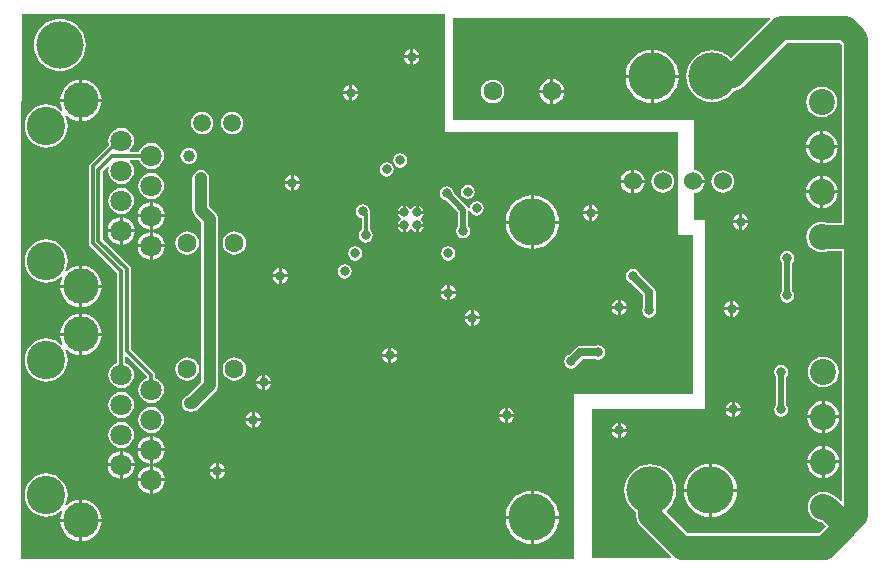
<source format=gbl>
G04 Layer_Physical_Order=2*
G04 Layer_Color=16711680*
%FSAX44Y44*%
%MOMM*%
G71*
G01*
G75*
%ADD30C,0.5000*%
%ADD33C,1.0000*%
%ADD34C,0.3000*%
%ADD35C,2.0000*%
%ADD36C,0.7000*%
%ADD41C,1.6000*%
%ADD42C,4.0000*%
%ADD43C,1.0000*%
%ADD44C,1.5240*%
%ADD45C,2.2000*%
%ADD46C,3.2500*%
%ADD47C,3.0000*%
%ADD48C,1.8000*%
%ADD49C,1.5000*%
%ADD50C,0.8000*%
G36*
X00963466Y01064260D02*
X00930729Y01031523D01*
X00929960Y01031561D01*
X00926626Y01034297D01*
X00922821Y01036331D01*
X00918693Y01037583D01*
X00914400Y01038006D01*
X00910107Y01037583D01*
X00905979Y01036331D01*
X00902174Y01034297D01*
X00898839Y01031561D01*
X00896103Y01028226D01*
X00894069Y01024421D01*
X00892817Y01020293D01*
X00892394Y01016000D01*
X00892817Y01011707D01*
X00894069Y01007579D01*
X00896103Y01003774D01*
X00898839Y01000440D01*
X00902174Y00997703D01*
X00905979Y00995669D01*
X00910107Y00994417D01*
X00914400Y00993994D01*
X00918693Y00994417D01*
X00922821Y00995669D01*
X00926626Y00997703D01*
X00929960Y01000440D01*
X00932697Y01003774D01*
X00932865Y01004088D01*
X00935286Y01004406D01*
X00936486Y01004903D01*
X00938181Y01005605D01*
X00940667Y01007513D01*
X00977792Y01044637D01*
X01022458D01*
X01024367Y01042728D01*
Y00892113D01*
X01011842D01*
X01010478Y00892678D01*
X01007110Y00893121D01*
X01003742Y00892678D01*
X01000604Y00891378D01*
X00997910Y00889310D01*
X00995842Y00886616D01*
X00994542Y00883478D01*
X00994099Y00880110D01*
X00994542Y00876742D01*
X00995842Y00873604D01*
X00997910Y00870910D01*
X01000604Y00868842D01*
X01003742Y00867542D01*
X01007110Y00867099D01*
X01010478Y00867542D01*
X01011842Y00868107D01*
X01024367D01*
Y00656696D01*
X01023194Y00656210D01*
X01019407Y00659997D01*
X01016921Y00661905D01*
X01014971Y00662712D01*
X01014886Y00662778D01*
X01011748Y00664078D01*
X01008380Y00664521D01*
X01005012Y00664078D01*
X01001874Y00662778D01*
X00999180Y00660710D01*
X00997112Y00658016D01*
X00995812Y00654878D01*
X00995369Y00651510D01*
X00995812Y00648142D01*
X00997112Y00645004D01*
X00999180Y00642310D01*
X01001874Y00640242D01*
X01005012Y00638942D01*
X01006741Y00638714D01*
X01010456Y00635000D01*
X01004628Y00629173D01*
X00894022D01*
X00875910Y00647285D01*
X00875972Y00648553D01*
X00877636Y00649920D01*
X00880373Y00653254D01*
X00882407Y00657059D01*
X00883659Y00661187D01*
X00884082Y00665480D01*
X00883659Y00669773D01*
X00882407Y00673901D01*
X00880373Y00677706D01*
X00877636Y00681040D01*
X00874302Y00683777D01*
X00870497Y00685811D01*
X00866369Y00687063D01*
X00862076Y00687486D01*
X00857783Y00687063D01*
X00853655Y00685811D01*
X00849850Y00683777D01*
X00846516Y00681040D01*
X00843779Y00677706D01*
X00841745Y00673901D01*
X00840493Y00669773D01*
X00840070Y00665480D01*
X00840493Y00661187D01*
X00841745Y00657059D01*
X00843779Y00653254D01*
X00846516Y00649920D01*
X00849850Y00647183D01*
X00850073Y00647064D01*
Y00644144D01*
X00850482Y00641038D01*
X00850979Y00639838D01*
X00851681Y00638143D01*
X00853589Y00635657D01*
X00879646Y00609600D01*
X00879120Y00608330D01*
X00812800D01*
Y00618490D01*
Y00734060D01*
X00908050D01*
Y00894080D01*
X00899160D01*
Y00917020D01*
X00900542Y00917202D01*
X00903014Y00918225D01*
X00905136Y00919854D01*
X00906765Y00921976D01*
X00907788Y00924448D01*
X00907971Y00925830D01*
X00897890D01*
Y00928370D01*
X00907971D01*
X00907788Y00929752D01*
X00906765Y00932224D01*
X00905136Y00934346D01*
X00903014Y00935975D01*
X00900542Y00936999D01*
X00899160Y00937180D01*
Y00979170D01*
X00694690Y00979170D01*
Y01065530D01*
X00962940Y01065530D01*
X00963466Y01064260D01*
D02*
G37*
G36*
X00688340Y00969010D02*
X00885190Y00969010D01*
Y00881380D01*
X00897890Y00881380D01*
X00897890Y00746773D01*
X00797547Y00746773D01*
Y00607222D01*
X00329337D01*
Y00920572D01*
X00330237Y01069156D01*
X00688340D01*
X00688340Y00969010D01*
D02*
G37*
%LPC*%
G36*
X01008380Y00778821D02*
X01005012Y00778378D01*
X01001874Y00777078D01*
X00999180Y00775010D01*
X00997112Y00772316D01*
X00995812Y00769178D01*
X00995369Y00765810D01*
X00995812Y00762442D01*
X00997112Y00759304D01*
X00999180Y00756610D01*
X01001874Y00754542D01*
X01005012Y00753242D01*
X01008380Y00752799D01*
X01011748Y00753242D01*
X01014886Y00754542D01*
X01017580Y00756610D01*
X01019648Y00759304D01*
X01020948Y00762442D01*
X01021391Y00765810D01*
X01020948Y00769178D01*
X01019648Y00772316D01*
X01017580Y00775010D01*
X01014886Y00777078D01*
X01011748Y00778378D01*
X01008380Y00778821D01*
D02*
G37*
G36*
X01007110Y00741200D02*
X01004845Y00740901D01*
X01001552Y00739537D01*
X00998723Y00737367D01*
X00996553Y00734538D01*
X00995189Y00731245D01*
X00994890Y00728980D01*
X01007110D01*
Y00741200D01*
D02*
G37*
G36*
X01009650D02*
Y00728980D01*
X01021870D01*
X01021572Y00731245D01*
X01020207Y00734538D01*
X01018037Y00737367D01*
X01015208Y00739537D01*
X01011915Y00740901D01*
X01009650Y00741200D01*
D02*
G37*
G36*
X00972820Y00771826D02*
X00970518Y00771368D01*
X00968566Y00770064D01*
X00967262Y00768112D01*
X00966804Y00765810D01*
X00967262Y00763508D01*
X00968334Y00761904D01*
Y00737966D01*
X00967262Y00736362D01*
X00966804Y00734060D01*
X00967262Y00731758D01*
X00968566Y00729806D01*
X00970518Y00728502D01*
X00972820Y00728044D01*
X00975122Y00728502D01*
X00977074Y00729806D01*
X00978378Y00731758D01*
X00978836Y00734060D01*
X00978378Y00736362D01*
X00977306Y00737966D01*
Y00761904D01*
X00978378Y00763508D01*
X00978836Y00765810D01*
X00978378Y00768112D01*
X00977074Y00770064D01*
X00975122Y00771368D01*
X00972820Y00771826D01*
D02*
G37*
G36*
X00930910Y00732790D02*
X00925751D01*
X00925808Y00732353D01*
X00926467Y00730762D01*
X00927516Y00729396D01*
X00928882Y00728347D01*
X00930473Y00727688D01*
X00930910Y00727631D01*
Y00732790D01*
D02*
G37*
G36*
X00938609D02*
X00933450D01*
Y00727631D01*
X00933887Y00727688D01*
X00935478Y00728347D01*
X00936844Y00729396D01*
X00937893Y00730762D01*
X00938552Y00732353D01*
X00938609Y00732790D01*
D02*
G37*
G36*
X00933450Y00740489D02*
Y00735330D01*
X00938609D01*
X00938552Y00735767D01*
X00937893Y00737358D01*
X00936844Y00738724D01*
X00935478Y00739773D01*
X00933887Y00740432D01*
X00933450Y00740489D01*
D02*
G37*
G36*
X00930910D02*
X00930473Y00740432D01*
X00928882Y00739773D01*
X00927516Y00738724D01*
X00926467Y00737358D01*
X00925808Y00735767D01*
X00925751Y00735330D01*
X00930910D01*
Y00740489D01*
D02*
G37*
G36*
X00932180Y00825579D02*
Y00820420D01*
X00937339D01*
X00937282Y00820857D01*
X00936623Y00822448D01*
X00935574Y00823814D01*
X00934208Y00824863D01*
X00932617Y00825522D01*
X00932180Y00825579D01*
D02*
G37*
G36*
X00929640D02*
X00929203Y00825522D01*
X00927612Y00824863D01*
X00926246Y00823814D01*
X00925197Y00822448D01*
X00924538Y00820857D01*
X00924481Y00820420D01*
X00929640D01*
Y00825579D01*
D02*
G37*
G36*
X00977900Y00868346D02*
X00975598Y00867888D01*
X00973646Y00866584D01*
X00972342Y00864632D01*
X00971884Y00862330D01*
X00972342Y00860028D01*
X00973414Y00858424D01*
Y00834486D01*
X00972342Y00832882D01*
X00971884Y00830580D01*
X00972342Y00828278D01*
X00973646Y00826326D01*
X00975598Y00825022D01*
X00977900Y00824564D01*
X00980202Y00825022D01*
X00982154Y00826326D01*
X00983458Y00828278D01*
X00983916Y00830580D01*
X00983458Y00832882D01*
X00982386Y00834486D01*
Y00858424D01*
X00983458Y00860028D01*
X00983916Y00862330D01*
X00983458Y00864632D01*
X00982154Y00866584D01*
X00980202Y00867888D01*
X00977900Y00868346D01*
D02*
G37*
G36*
X00937339Y00817880D02*
X00932180D01*
Y00812721D01*
X00932617Y00812778D01*
X00934208Y00813437D01*
X00935574Y00814486D01*
X00936623Y00815852D01*
X00937282Y00817443D01*
X00937339Y00817880D01*
D02*
G37*
G36*
X00929640D02*
X00924481D01*
X00924538Y00817443D01*
X00925197Y00815852D01*
X00926246Y00814486D01*
X00927612Y00813437D01*
X00929203Y00812778D01*
X00929640Y00812721D01*
Y00817880D01*
D02*
G37*
G36*
X00914146Y00688004D02*
Y00666750D01*
X00935400D01*
X00935090Y00669899D01*
X00933801Y00674147D01*
X00931708Y00678063D01*
X00928891Y00681495D01*
X00925459Y00684312D01*
X00921543Y00686405D01*
X00917295Y00687694D01*
X00914146Y00688004D01*
D02*
G37*
G36*
X01021870Y00688340D02*
X01009650D01*
Y00676120D01*
X01011915Y00676419D01*
X01015208Y00677783D01*
X01018037Y00679953D01*
X01020207Y00682782D01*
X01021572Y00686075D01*
X01021870Y00688340D01*
D02*
G37*
G36*
X01007110D02*
X00994890D01*
X00995189Y00686075D01*
X00996553Y00682782D01*
X00998723Y00679953D01*
X01001552Y00677783D01*
X01004845Y00676419D01*
X01007110Y00676120D01*
Y00688340D01*
D02*
G37*
G36*
X00911606Y00688004D02*
X00908457Y00687694D01*
X00904209Y00686405D01*
X00900293Y00684312D01*
X00896861Y00681495D01*
X00894044Y00678063D01*
X00891951Y00674147D01*
X00890662Y00669899D01*
X00890352Y00666750D01*
X00911606D01*
Y00688004D01*
D02*
G37*
G36*
Y00664210D02*
X00890352D01*
X00890662Y00661061D01*
X00891951Y00656813D01*
X00894044Y00652897D01*
X00896861Y00649465D01*
X00900293Y00646648D01*
X00904209Y00644555D01*
X00908457Y00643266D01*
X00911606Y00642956D01*
Y00664210D01*
D02*
G37*
G36*
X00935400D02*
X00914146D01*
Y00642956D01*
X00917295Y00643266D01*
X00921543Y00644555D01*
X00925459Y00646648D01*
X00928891Y00649465D01*
X00931708Y00652897D01*
X00933801Y00656813D01*
X00935090Y00661061D01*
X00935400Y00664210D01*
D02*
G37*
G36*
X00836930Y00722709D02*
Y00717550D01*
X00842089D01*
X00842032Y00717987D01*
X00841373Y00719578D01*
X00840324Y00720944D01*
X00838958Y00721993D01*
X00837367Y00722652D01*
X00836930Y00722709D01*
D02*
G37*
G36*
X00834390D02*
X00833953Y00722652D01*
X00832362Y00721993D01*
X00830996Y00720944D01*
X00829947Y00719578D01*
X00829288Y00717987D01*
X00829231Y00717550D01*
X00834390D01*
Y00722709D01*
D02*
G37*
G36*
X01007110Y00726440D02*
X00994890D01*
X00995189Y00724175D01*
X00996553Y00720882D01*
X00998723Y00718053D01*
X01001552Y00715883D01*
X01004845Y00714519D01*
X01007110Y00714220D01*
Y00726440D01*
D02*
G37*
G36*
X01021870D02*
X01009650D01*
Y00714220D01*
X01011915Y00714519D01*
X01015208Y00715883D01*
X01018037Y00718053D01*
X01020207Y00720882D01*
X01021572Y00724175D01*
X01021870Y00726440D01*
D02*
G37*
G36*
X01007110Y00703100D02*
X01004845Y00702802D01*
X01001552Y00701437D01*
X00998723Y00699267D01*
X00996553Y00696438D01*
X00995189Y00693145D01*
X00994890Y00690880D01*
X01007110D01*
Y00703100D01*
D02*
G37*
G36*
X01009650D02*
Y00690880D01*
X01021870D01*
X01021572Y00693145D01*
X01020207Y00696438D01*
X01018037Y00699267D01*
X01015208Y00701437D01*
X01011915Y00702802D01*
X01009650Y00703100D01*
D02*
G37*
G36*
X00834390Y00715010D02*
X00829231D01*
X00829288Y00714573D01*
X00829947Y00712982D01*
X00830996Y00711616D01*
X00832362Y00710567D01*
X00833953Y00709908D01*
X00834390Y00709851D01*
Y00715010D01*
D02*
G37*
G36*
X00842089D02*
X00836930D01*
Y00709851D01*
X00837367Y00709908D01*
X00838958Y00710567D01*
X00840324Y00711616D01*
X00841373Y00712982D01*
X00842032Y00714573D01*
X00842089Y00715010D01*
D02*
G37*
G36*
X01005840Y00955040D02*
X00993620D01*
X00993919Y00952775D01*
X00995283Y00949482D01*
X00997453Y00946653D01*
X01000282Y00944483D01*
X01003575Y00943119D01*
X01005840Y00942820D01*
Y00955040D01*
D02*
G37*
G36*
X01008380Y00969800D02*
Y00957580D01*
X01020600D01*
X01020302Y00959845D01*
X01018937Y00963138D01*
X01016767Y00965967D01*
X01013938Y00968137D01*
X01010645Y00969501D01*
X01008380Y00969800D01*
D02*
G37*
G36*
X01020600Y00955040D02*
X01008380D01*
Y00942820D01*
X01010645Y00943119D01*
X01013938Y00944483D01*
X01016767Y00946653D01*
X01018937Y00949482D01*
X01020302Y00952775D01*
X01020600Y00955040D01*
D02*
G37*
G36*
X01005840Y00969800D02*
X01003575Y00969501D01*
X01000282Y00968137D01*
X00997453Y00965967D01*
X00995283Y00963138D01*
X00993919Y00959845D01*
X00993620Y00957580D01*
X01005840D01*
Y00969800D01*
D02*
G37*
G36*
X00923290Y00936702D02*
X00920805Y00936375D01*
X00918489Y00935416D01*
X00916500Y00933890D01*
X00914974Y00931901D01*
X00914015Y00929585D01*
X00913688Y00927100D01*
X00914015Y00924615D01*
X00914974Y00922299D01*
X00916500Y00920310D01*
X00918489Y00918784D01*
X00920805Y00917825D01*
X00923290Y00917498D01*
X00925775Y00917825D01*
X00928091Y00918784D01*
X00930080Y00920310D01*
X00931606Y00922299D01*
X00932565Y00924615D01*
X00932892Y00927100D01*
X00932565Y00929585D01*
X00931606Y00931901D01*
X00930080Y00933890D01*
X00928091Y00935416D01*
X00925775Y00936375D01*
X00923290Y00936702D01*
D02*
G37*
G36*
X01008380Y00931700D02*
Y00919480D01*
X01020600D01*
X01020302Y00921745D01*
X01018937Y00925038D01*
X01016767Y00927867D01*
X01013938Y00930037D01*
X01010645Y00931402D01*
X01008380Y00931700D01*
D02*
G37*
G36*
X01005840D02*
X01003575Y00931402D01*
X01000282Y00930037D01*
X00997453Y00927867D01*
X00995283Y00925038D01*
X00993919Y00921745D01*
X00993620Y00919480D01*
X01005840D01*
Y00931700D01*
D02*
G37*
G36*
X00779780Y01013764D02*
Y01004570D01*
X00788974D01*
X00788779Y01006051D01*
X00787717Y01008615D01*
X00786027Y01010817D01*
X00783826Y01012507D01*
X00781262Y01013569D01*
X00779780Y01013764D01*
D02*
G37*
G36*
X00862330Y01038524D02*
X00859181Y01038214D01*
X00854933Y01036925D01*
X00851017Y01034832D01*
X00847585Y01032015D01*
X00844768Y01028583D01*
X00842675Y01024667D01*
X00841386Y01020419D01*
X00841076Y01017270D01*
X00862330D01*
Y01038524D01*
D02*
G37*
G36*
X00777240Y01013764D02*
X00775759Y01013569D01*
X00773195Y01012507D01*
X00770993Y01010817D01*
X00769303Y01008615D01*
X00768241Y01006051D01*
X00768046Y01004570D01*
X00777240D01*
Y01013764D01*
D02*
G37*
G36*
X00864870Y01038524D02*
Y01017270D01*
X00886124D01*
X00885814Y01020419D01*
X00884525Y01024667D01*
X00882432Y01028583D01*
X00879615Y01032015D01*
X00876183Y01034832D01*
X00872267Y01036925D01*
X00868019Y01038214D01*
X00864870Y01038524D01*
D02*
G37*
G36*
X00777240Y01002030D02*
X00768046D01*
X00768241Y01000548D01*
X00769303Y00997984D01*
X00770993Y00995783D01*
X00773195Y00994093D01*
X00775759Y00993031D01*
X00777240Y00992836D01*
Y01002030D01*
D02*
G37*
G36*
X00788974D02*
X00779780D01*
Y00992836D01*
X00781262Y00993031D01*
X00783826Y00994093D01*
X00786027Y00995783D01*
X00787717Y00997984D01*
X00788779Y01000548D01*
X00788974Y01002030D01*
D02*
G37*
G36*
X01007110Y01007421D02*
X01003742Y01006978D01*
X01000604Y01005678D01*
X00997910Y01003610D01*
X00995842Y01000916D01*
X00994542Y00997778D01*
X00994099Y00994410D01*
X00994542Y00991042D01*
X00995842Y00987904D01*
X00997910Y00985210D01*
X01000604Y00983142D01*
X01003742Y00981842D01*
X01007110Y00981399D01*
X01010478Y00981842D01*
X01013616Y00983142D01*
X01016310Y00985210D01*
X01018378Y00987904D01*
X01019678Y00991042D01*
X01020121Y00994410D01*
X01019678Y00997778D01*
X01018378Y01000916D01*
X01016310Y01003610D01*
X01013616Y01005678D01*
X01010478Y01006978D01*
X01007110Y01007421D01*
D02*
G37*
G36*
X00728510Y01013285D02*
X00725926Y01012945D01*
X00723517Y01011948D01*
X00721449Y01010361D01*
X00719862Y01008293D01*
X00718865Y01005884D01*
X00718525Y01003300D01*
X00718865Y01000716D01*
X00719862Y00998307D01*
X00721449Y00996239D01*
X00723517Y00994652D01*
X00725926Y00993655D01*
X00728510Y00993315D01*
X00731094Y00993655D01*
X00733503Y00994652D01*
X00735571Y00996239D01*
X00737158Y00998307D01*
X00738155Y01000716D01*
X00738495Y01003300D01*
X00738155Y01005884D01*
X00737158Y01008293D01*
X00735571Y01010361D01*
X00733503Y01011948D01*
X00731094Y01012945D01*
X00728510Y01013285D01*
D02*
G37*
G36*
X00862330Y01014730D02*
X00841076D01*
X00841386Y01011581D01*
X00842675Y01007333D01*
X00844768Y01003417D01*
X00847585Y00999985D01*
X00851017Y00997168D01*
X00854933Y00995075D01*
X00859181Y00993786D01*
X00862330Y00993476D01*
Y01014730D01*
D02*
G37*
G36*
X00886124D02*
X00864870D01*
Y00993476D01*
X00868019Y00993786D01*
X00872267Y00995075D01*
X00876183Y00997168D01*
X00879615Y00999985D01*
X00882432Y01003417D01*
X00884525Y01007333D01*
X00885814Y01011581D01*
X00886124Y01014730D01*
D02*
G37*
G36*
X01005840Y00916940D02*
X00993620D01*
X00993919Y00914675D01*
X00995283Y00911382D01*
X00997453Y00908553D01*
X01000282Y00906383D01*
X01003575Y00905018D01*
X01005840Y00904720D01*
Y00916940D01*
D02*
G37*
G36*
X01020600D02*
X01008380D01*
Y00904720D01*
X01010645Y00905018D01*
X01013938Y00906383D01*
X01016767Y00908553D01*
X01018937Y00911382D01*
X01020302Y00914675D01*
X01020600Y00916940D01*
D02*
G37*
G36*
X00939800Y00899239D02*
Y00894080D01*
X00944959D01*
X00944902Y00894517D01*
X00944243Y00896108D01*
X00943194Y00897474D01*
X00941828Y00898523D01*
X00940237Y00899182D01*
X00939800Y00899239D01*
D02*
G37*
G36*
X00937260Y00891540D02*
X00932101D01*
X00932158Y00891103D01*
X00932817Y00889512D01*
X00933866Y00888146D01*
X00935232Y00887097D01*
X00936823Y00886438D01*
X00937260Y00886381D01*
Y00891540D01*
D02*
G37*
G36*
X00944959D02*
X00939800D01*
Y00886381D01*
X00940237Y00886438D01*
X00941828Y00887097D01*
X00943194Y00888146D01*
X00944243Y00889512D01*
X00944902Y00891103D01*
X00944959Y00891540D01*
D02*
G37*
G36*
X00937260Y00899239D02*
X00936823Y00899182D01*
X00935232Y00898523D01*
X00933866Y00897474D01*
X00932817Y00896108D01*
X00932158Y00894517D01*
X00932101Y00894080D01*
X00937260D01*
Y00899239D01*
D02*
G37*
G36*
X00533400Y00763349D02*
X00532963Y00763292D01*
X00531372Y00762633D01*
X00530006Y00761584D01*
X00528957Y00760218D01*
X00528298Y00758627D01*
X00528241Y00758190D01*
X00533400D01*
Y00763349D01*
D02*
G37*
G36*
X00535940D02*
Y00758190D01*
X00541099D01*
X00541042Y00758627D01*
X00540383Y00760218D01*
X00539334Y00761584D01*
X00537968Y00762633D01*
X00536377Y00763292D01*
X00535940Y00763349D01*
D02*
G37*
G36*
X00541099Y00755650D02*
X00535940D01*
Y00750491D01*
X00536377Y00750548D01*
X00537968Y00751207D01*
X00539334Y00752256D01*
X00540383Y00753622D01*
X00541042Y00755213D01*
X00541099Y00755650D01*
D02*
G37*
G36*
X00640200Y00786329D02*
X00639763Y00786272D01*
X00638172Y00785613D01*
X00636806Y00784564D01*
X00635757Y00783198D01*
X00635098Y00781607D01*
X00635041Y00781170D01*
X00640200D01*
Y00786329D01*
D02*
G37*
G36*
Y00778630D02*
X00635041D01*
X00635098Y00778193D01*
X00635757Y00776602D01*
X00636806Y00775236D01*
X00638172Y00774187D01*
X00639763Y00773528D01*
X00640200Y00773471D01*
Y00778630D01*
D02*
G37*
G36*
X00647899D02*
X00642740D01*
Y00773471D01*
X00643177Y00773528D01*
X00644768Y00774187D01*
X00646134Y00775236D01*
X00647183Y00776602D01*
X00647842Y00778193D01*
X00647899Y00778630D01*
D02*
G37*
G36*
X00509900Y00778385D02*
X00507316Y00778045D01*
X00504907Y00777048D01*
X00502839Y00775461D01*
X00501252Y00773393D01*
X00500255Y00770984D01*
X00499915Y00768400D01*
X00500255Y00765816D01*
X00501252Y00763407D01*
X00502839Y00761339D01*
X00504907Y00759752D01*
X00507316Y00758755D01*
X00509900Y00758415D01*
X00512484Y00758755D01*
X00514893Y00759752D01*
X00516961Y00761339D01*
X00518548Y00763407D01*
X00519545Y00765816D01*
X00519885Y00768400D01*
X00519545Y00770984D01*
X00518548Y00773393D01*
X00516961Y00775461D01*
X00514893Y00777048D01*
X00512484Y00778045D01*
X00509900Y00778385D01*
D02*
G37*
G36*
X00469900D02*
X00467316Y00778045D01*
X00464907Y00777048D01*
X00462839Y00775461D01*
X00461252Y00773393D01*
X00460255Y00770984D01*
X00459915Y00768400D01*
X00460255Y00765816D01*
X00461252Y00763407D01*
X00462839Y00761339D01*
X00464907Y00759752D01*
X00467316Y00758755D01*
X00469900Y00758415D01*
X00472484Y00758755D01*
X00474893Y00759752D01*
X00476961Y00761339D01*
X00478548Y00763407D01*
X00479545Y00765816D01*
X00479885Y00768400D01*
X00479545Y00770984D01*
X00478548Y00773393D01*
X00476961Y00775461D01*
X00474893Y00777048D01*
X00472484Y00778045D01*
X00469900Y00778385D01*
D02*
G37*
G36*
X00397420Y00796300D02*
X00381190D01*
Y00780070D01*
X00383358Y00780284D01*
X00386665Y00781287D01*
X00389712Y00782915D01*
X00392383Y00785107D01*
X00394575Y00787778D01*
X00396203Y00790825D01*
X00397206Y00794132D01*
X00397420Y00796300D01*
D02*
G37*
G36*
X00739140Y00735409D02*
X00738703Y00735352D01*
X00737112Y00734693D01*
X00735746Y00733644D01*
X00734697Y00732278D01*
X00734038Y00730687D01*
X00733981Y00730250D01*
X00739140D01*
Y00735409D01*
D02*
G37*
G36*
X00533400Y00755650D02*
X00528241D01*
X00528298Y00755213D01*
X00528957Y00753622D01*
X00530006Y00752256D01*
X00531372Y00751207D01*
X00532963Y00750548D01*
X00533400Y00750491D01*
Y00755650D01*
D02*
G37*
G36*
X00741680Y00735409D02*
Y00730250D01*
X00746839D01*
X00746782Y00730687D01*
X00746123Y00732278D01*
X00745074Y00733644D01*
X00743708Y00734693D01*
X00742117Y00735352D01*
X00741680Y00735409D01*
D02*
G37*
G36*
X00481330Y00936649D02*
X00479529Y00936412D01*
X00477850Y00935717D01*
X00476409Y00934611D01*
X00475303Y00933170D01*
X00474608Y00931491D01*
X00474370Y00929690D01*
Y00903020D01*
X00474608Y00901219D01*
X00475303Y00899540D01*
X00476409Y00898099D01*
X00481991Y00892517D01*
Y00757313D01*
X00470556Y00745878D01*
X00468960Y00745217D01*
X00467519Y00744111D01*
X00466413Y00742670D01*
X00465718Y00740991D01*
X00465480Y00739190D01*
X00465718Y00737389D01*
X00466413Y00735710D01*
X00467519Y00734269D01*
X00468960Y00733163D01*
X00470639Y00732468D01*
X00472440Y00732231D01*
X00473710D01*
X00475511Y00732468D01*
X00477190Y00733163D01*
X00478631Y00734269D01*
X00493871Y00749509D01*
X00494977Y00750950D01*
X00495384Y00751934D01*
X00495672Y00752629D01*
X00495910Y00754430D01*
Y00895400D01*
X00495672Y00897201D01*
X00494977Y00898880D01*
X00493871Y00900321D01*
X00488289Y00905903D01*
Y00929690D01*
X00488052Y00931491D01*
X00487357Y00933170D01*
X00486251Y00934611D01*
X00484810Y00935717D01*
X00483131Y00936412D01*
X00481330Y00936649D01*
D02*
G37*
G36*
X00642740Y00786329D02*
Y00781170D01*
X00647899D01*
X00647842Y00781607D01*
X00647183Y00783198D01*
X00646134Y00784564D01*
X00644768Y00785613D01*
X00643177Y00786272D01*
X00642740Y00786329D01*
D02*
G37*
G36*
X00378650Y00836920D02*
X00362420D01*
X00362634Y00834752D01*
X00363637Y00831445D01*
X00365266Y00828398D01*
X00367457Y00825727D01*
X00370128Y00823536D01*
X00373175Y00821907D01*
X00376482Y00820904D01*
X00378650Y00820690D01*
Y00836920D01*
D02*
G37*
G36*
X00397420D02*
X00381190D01*
Y00820690D01*
X00383358Y00820904D01*
X00386665Y00821907D01*
X00389712Y00823536D01*
X00392383Y00825727D01*
X00394575Y00828398D01*
X00396203Y00831445D01*
X00397206Y00834752D01*
X00397420Y00836920D01*
D02*
G37*
G36*
X00842089Y00819150D02*
X00836930D01*
Y00813991D01*
X00837367Y00814048D01*
X00838958Y00814707D01*
X00840324Y00815756D01*
X00841373Y00817122D01*
X00842032Y00818713D01*
X00842089Y00819150D01*
D02*
G37*
G36*
X00834390Y00826849D02*
X00833953Y00826792D01*
X00832362Y00826133D01*
X00830996Y00825084D01*
X00829947Y00823718D01*
X00829288Y00822127D01*
X00829231Y00821690D01*
X00834390D01*
Y00826849D01*
D02*
G37*
G36*
X00697309Y00831720D02*
X00692150D01*
Y00826561D01*
X00692587Y00826618D01*
X00694178Y00827277D01*
X00695544Y00828326D01*
X00696593Y00829692D01*
X00697252Y00831283D01*
X00697309Y00831720D01*
D02*
G37*
G36*
X00689610Y00839419D02*
X00689173Y00839362D01*
X00687582Y00838703D01*
X00686216Y00837654D01*
X00685167Y00836288D01*
X00684508Y00834697D01*
X00684451Y00834260D01*
X00689610D01*
Y00839419D01*
D02*
G37*
G36*
Y00831720D02*
X00684451D01*
X00684508Y00831283D01*
X00685167Y00829692D01*
X00686216Y00828326D01*
X00687582Y00827277D01*
X00689173Y00826618D01*
X00689610Y00826561D01*
Y00831720D01*
D02*
G37*
G36*
X00836930Y00826849D02*
Y00821690D01*
X00842089D01*
X00842032Y00822127D01*
X00841373Y00823718D01*
X00840324Y00825084D01*
X00838958Y00826133D01*
X00837367Y00826792D01*
X00836930Y00826849D01*
D02*
G37*
G36*
X00834390Y00819150D02*
X00829231D01*
X00829288Y00818713D01*
X00829947Y00817122D01*
X00830996Y00815756D01*
X00832362Y00814707D01*
X00833953Y00814048D01*
X00834390Y00813991D01*
Y00819150D01*
D02*
G37*
G36*
X00381190Y00815070D02*
Y00798840D01*
X00397420D01*
X00397206Y00801009D01*
X00396203Y00804315D01*
X00394575Y00807362D01*
X00392383Y00810033D01*
X00389712Y00812225D01*
X00386665Y00813853D01*
X00383358Y00814856D01*
X00381190Y00815070D01*
D02*
G37*
G36*
X00709930Y00810260D02*
X00704771D01*
X00704828Y00809823D01*
X00705487Y00808232D01*
X00706536Y00806866D01*
X00707902Y00805817D01*
X00709493Y00805158D01*
X00709930Y00805101D01*
Y00810260D01*
D02*
G37*
G36*
X00378650Y00815070D02*
X00376482Y00814856D01*
X00373175Y00813853D01*
X00370128Y00812225D01*
X00367457Y00810033D01*
X00365266Y00807362D01*
X00363637Y00804315D01*
X00362634Y00801009D01*
X00362420Y00798840D01*
X00378650D01*
Y00815070D01*
D02*
G37*
G36*
X00817880Y00788336D02*
X00815578Y00787878D01*
X00815500Y00787826D01*
X00802640D01*
X00802640Y00787826D01*
X00800533Y00787407D01*
X00798747Y00786213D01*
X00792810Y00780276D01*
X00792718Y00780258D01*
X00790766Y00778954D01*
X00789462Y00777002D01*
X00789004Y00774700D01*
X00789462Y00772398D01*
X00790766Y00770446D01*
X00792718Y00769142D01*
X00795020Y00768684D01*
X00797322Y00769142D01*
X00799274Y00770446D01*
X00800578Y00772398D01*
X00800596Y00772489D01*
X00804921Y00776814D01*
X00815500D01*
X00815578Y00776762D01*
X00817880Y00776304D01*
X00820182Y00776762D01*
X00822134Y00778066D01*
X00823438Y00780018D01*
X00823896Y00782320D01*
X00823438Y00784622D01*
X00822134Y00786574D01*
X00820182Y00787878D01*
X00817880Y00788336D01*
D02*
G37*
G36*
X00378650Y00796300D02*
X00362420D01*
X00362634Y00794132D01*
X00363637Y00790825D01*
X00364174Y00789821D01*
X00363195Y00789014D01*
X00360721Y00791044D01*
X00360552Y00791134D01*
X00360405Y00791255D01*
X00357582Y00792764D01*
X00357399Y00792820D01*
X00357231Y00792909D01*
X00354168Y00793839D01*
X00353978Y00793857D01*
X00353795Y00793913D01*
X00350610Y00794227D01*
X00350514Y00794217D01*
X00350420Y00794236D01*
X00350326Y00794217D01*
X00350230Y00794227D01*
X00347044Y00793913D01*
X00346862Y00793857D01*
X00346672Y00793839D01*
X00343609Y00792909D01*
X00343441Y00792820D01*
X00343258Y00792764D01*
X00340435Y00791255D01*
X00340288Y00791134D01*
X00340119Y00791044D01*
X00337645Y00789014D01*
X00337524Y00788866D01*
X00337376Y00788745D01*
X00335346Y00786271D01*
X00335256Y00786102D01*
X00335135Y00785955D01*
X00333626Y00783132D01*
X00333571Y00782949D01*
X00333480Y00782781D01*
X00332551Y00779718D01*
X00332533Y00779528D01*
X00332477Y00779345D01*
X00332164Y00776160D01*
X00332182Y00775970D01*
X00332164Y00775780D01*
X00332477Y00772595D01*
X00332533Y00772412D01*
X00332551Y00772222D01*
X00333480Y00769159D01*
X00333570Y00768991D01*
X00333626Y00768808D01*
X00335135Y00765985D01*
X00335256Y00765838D01*
X00335346Y00765669D01*
X00337376Y00763195D01*
X00337524Y00763074D01*
X00337645Y00762926D01*
X00340119Y00760896D01*
X00340288Y00760806D01*
X00340435Y00760685D01*
X00343258Y00759176D01*
X00343441Y00759120D01*
X00343609Y00759031D01*
X00346672Y00758101D01*
X00346862Y00758083D01*
X00347045Y00758027D01*
X00350230Y00757713D01*
X00350326Y00757723D01*
X00350420Y00757704D01*
X00350514Y00757723D01*
X00350610Y00757713D01*
X00353796Y00758027D01*
X00353978Y00758083D01*
X00354168Y00758101D01*
X00357231Y00759031D01*
X00357399Y00759120D01*
X00357582Y00759176D01*
X00360405Y00760685D01*
X00360552Y00760806D01*
X00360721Y00760896D01*
X00363195Y00762926D01*
X00363316Y00763074D01*
X00363464Y00763195D01*
X00365494Y00765669D01*
X00365584Y00765838D01*
X00365705Y00765985D01*
X00367214Y00768808D01*
X00367270Y00768991D01*
X00367360Y00769159D01*
X00368289Y00772222D01*
X00368307Y00772412D01*
X00368363Y00772595D01*
X00368676Y00775780D01*
X00368658Y00775970D01*
X00368676Y00776160D01*
X00368363Y00779345D01*
X00368307Y00779528D01*
X00368289Y00779718D01*
X00367360Y00782781D01*
X00367270Y00782949D01*
X00367214Y00783132D01*
X00366707Y00784080D01*
X00367709Y00784901D01*
X00370128Y00782915D01*
X00373175Y00781287D01*
X00376482Y00780284D01*
X00378650Y00780070D01*
Y00796300D01*
D02*
G37*
G36*
X00717629Y00810260D02*
X00712470D01*
Y00805101D01*
X00712907Y00805158D01*
X00714498Y00805817D01*
X00715864Y00806866D01*
X00716913Y00808232D01*
X00717572Y00809823D01*
X00717629Y00810260D01*
D02*
G37*
G36*
X00709930Y00817959D02*
X00709493Y00817902D01*
X00707902Y00817243D01*
X00706536Y00816194D01*
X00705487Y00814828D01*
X00704828Y00813237D01*
X00704771Y00812800D01*
X00709930D01*
Y00817959D01*
D02*
G37*
G36*
X00712470D02*
Y00812800D01*
X00717629D01*
X00717572Y00813237D01*
X00716913Y00814828D01*
X00715864Y00816194D01*
X00714498Y00817243D01*
X00712907Y00817902D01*
X00712470Y00817959D01*
D02*
G37*
G36*
X00847090Y00853106D02*
X00844788Y00852648D01*
X00842836Y00851344D01*
X00841532Y00849392D01*
X00841074Y00847090D01*
X00841532Y00844788D01*
X00842836Y00842836D01*
X00844788Y00841532D01*
X00844880Y00841514D01*
X00855554Y00830839D01*
Y00820260D01*
X00855502Y00820182D01*
X00855044Y00817880D01*
X00855502Y00815578D01*
X00856806Y00813626D01*
X00858758Y00812322D01*
X00861060Y00811864D01*
X00863362Y00812322D01*
X00865314Y00813626D01*
X00866618Y00815578D01*
X00867076Y00817880D01*
X00866618Y00820182D01*
X00866566Y00820260D01*
Y00833120D01*
X00866147Y00835227D01*
X00864953Y00837013D01*
X00864953Y00837013D01*
X00852666Y00849301D01*
X00852648Y00849392D01*
X00851344Y00851344D01*
X00849392Y00852648D01*
X00847090Y00853106D01*
D02*
G37*
G36*
X00412750Y00685800D02*
X00402548D01*
X00402777Y00684057D01*
X00403940Y00681250D01*
X00405790Y00678840D01*
X00408200Y00676990D01*
X00411007Y00675827D01*
X00412750Y00675598D01*
Y00685800D01*
D02*
G37*
G36*
X00425492D02*
X00415290D01*
Y00675598D01*
X00417033Y00675827D01*
X00419840Y00676990D01*
X00422250Y00678840D01*
X00424100Y00681250D01*
X00425263Y00684057D01*
X00425492Y00685800D01*
D02*
G37*
G36*
X00501729Y00680720D02*
X00496570D01*
Y00675561D01*
X00497007Y00675618D01*
X00498598Y00676277D01*
X00499964Y00677326D01*
X00501013Y00678692D01*
X00501672Y00680283D01*
X00501729Y00680720D01*
D02*
G37*
G36*
X00494030D02*
X00488871D01*
X00488928Y00680283D01*
X00489587Y00678692D01*
X00490636Y00677326D01*
X00492002Y00676277D01*
X00493593Y00675618D01*
X00494030Y00675561D01*
Y00680720D01*
D02*
G37*
G36*
X00438150Y00685842D02*
X00436408Y00685613D01*
X00433600Y00684450D01*
X00431190Y00682600D01*
X00429340Y00680190D01*
X00428177Y00677383D01*
X00427948Y00675640D01*
X00438150D01*
Y00685842D01*
D02*
G37*
G36*
X00350420Y00679936D02*
X00350326Y00679917D01*
X00350230Y00679927D01*
X00347044Y00679613D01*
X00346862Y00679557D01*
X00346672Y00679539D01*
X00343609Y00678609D01*
X00343441Y00678520D01*
X00343258Y00678464D01*
X00340435Y00676955D01*
X00340288Y00676834D01*
X00340119Y00676744D01*
X00337645Y00674714D01*
X00337524Y00674566D01*
X00337376Y00674445D01*
X00335346Y00671971D01*
X00335256Y00671802D01*
X00335135Y00671655D01*
X00333626Y00668832D01*
X00333571Y00668649D01*
X00333480Y00668481D01*
X00332551Y00665418D01*
X00332533Y00665228D01*
X00332477Y00665045D01*
X00332164Y00661860D01*
X00332182Y00661670D01*
X00332164Y00661480D01*
X00332477Y00658295D01*
X00332533Y00658112D01*
X00332551Y00657922D01*
X00333480Y00654859D01*
X00333570Y00654691D01*
X00333626Y00654508D01*
X00335135Y00651685D01*
X00335256Y00651538D01*
X00335346Y00651369D01*
X00337376Y00648895D01*
X00337524Y00648774D01*
X00337645Y00648626D01*
X00340119Y00646596D01*
X00340288Y00646506D01*
X00340435Y00646385D01*
X00343258Y00644876D01*
X00343441Y00644820D01*
X00343609Y00644731D01*
X00346672Y00643801D01*
X00346862Y00643783D01*
X00347045Y00643727D01*
X00350230Y00643413D01*
X00350326Y00643423D01*
X00350420Y00643404D01*
X00350514Y00643423D01*
X00350610Y00643413D01*
X00353796Y00643727D01*
X00353978Y00643783D01*
X00354168Y00643801D01*
X00357231Y00644731D01*
X00357399Y00644820D01*
X00357582Y00644876D01*
X00360405Y00646385D01*
X00360552Y00646506D01*
X00360721Y00646596D01*
X00363195Y00648626D01*
X00364174Y00647819D01*
X00363637Y00646815D01*
X00362634Y00643508D01*
X00362420Y00641340D01*
X00378650D01*
Y00657570D01*
X00376482Y00657356D01*
X00373175Y00656353D01*
X00370128Y00654725D01*
X00367709Y00652739D01*
X00366707Y00653560D01*
X00367214Y00654508D01*
X00367270Y00654691D01*
X00367360Y00654859D01*
X00368289Y00657922D01*
X00368307Y00658112D01*
X00368363Y00658295D01*
X00368676Y00661480D01*
X00368658Y00661670D01*
X00368676Y00661860D01*
X00368363Y00665045D01*
X00368307Y00665228D01*
X00368289Y00665418D01*
X00367360Y00668481D01*
X00367270Y00668649D01*
X00367214Y00668832D01*
X00365705Y00671655D01*
X00365584Y00671802D01*
X00365494Y00671971D01*
X00363464Y00674445D01*
X00363316Y00674566D01*
X00363195Y00674714D01*
X00360721Y00676744D01*
X00360552Y00676834D01*
X00360405Y00676955D01*
X00357582Y00678464D01*
X00357399Y00678520D01*
X00357231Y00678609D01*
X00354168Y00679539D01*
X00353978Y00679557D01*
X00353795Y00679613D01*
X00350610Y00679927D01*
X00350514Y00679917D01*
X00350420Y00679936D01*
D02*
G37*
G36*
X00494030Y00688419D02*
X00493593Y00688362D01*
X00492002Y00687703D01*
X00490636Y00686654D01*
X00489587Y00685288D01*
X00488928Y00683697D01*
X00488871Y00683260D01*
X00494030D01*
Y00688419D01*
D02*
G37*
G36*
X00440690Y00685842D02*
Y00675640D01*
X00450892D01*
X00450663Y00677383D01*
X00449500Y00680190D01*
X00447650Y00682600D01*
X00445240Y00684450D01*
X00442433Y00685613D01*
X00440690Y00685842D01*
D02*
G37*
G36*
X00397420Y00638800D02*
X00381190D01*
Y00622570D01*
X00383358Y00622784D01*
X00386665Y00623787D01*
X00389712Y00625415D01*
X00392383Y00627607D01*
X00394575Y00630278D01*
X00396203Y00633325D01*
X00397206Y00636632D01*
X00397420Y00638800D01*
D02*
G37*
G36*
X00381190Y00657570D02*
Y00641340D01*
X00397420D01*
X00397206Y00643508D01*
X00396203Y00646815D01*
X00394575Y00649862D01*
X00392383Y00652533D01*
X00389712Y00654725D01*
X00386665Y00656353D01*
X00383358Y00657356D01*
X00381190Y00657570D01*
D02*
G37*
G36*
X00378650Y00638800D02*
X00362420D01*
X00362634Y00636632D01*
X00363637Y00633325D01*
X00365266Y00630278D01*
X00367457Y00627607D01*
X00370128Y00625415D01*
X00373175Y00623787D01*
X00376482Y00622784D01*
X00378650Y00622570D01*
Y00638800D01*
D02*
G37*
G36*
X00760730Y00641400D02*
X00739426D01*
X00739712Y00638495D01*
X00739786Y00638251D01*
X00739811Y00637998D01*
X00740955Y00634228D01*
X00741075Y00634003D01*
X00741149Y00633759D01*
X00743006Y00630284D01*
X00743168Y00630087D01*
X00743288Y00629862D01*
X00745788Y00626816D01*
X00745985Y00626655D01*
X00746146Y00626457D01*
X00749192Y00623958D01*
X00749417Y00623838D01*
X00749614Y00623676D01*
X00753089Y00621819D01*
X00753333Y00621745D01*
X00753558Y00621625D01*
X00757327Y00620481D01*
X00757581Y00620456D01*
X00757825Y00620382D01*
X00760730Y00620096D01*
Y00641400D01*
D02*
G37*
G36*
X00784574D02*
X00763270D01*
Y00620096D01*
X00766174Y00620382D01*
X00766419Y00620456D01*
X00766673Y00620481D01*
X00770443Y00621625D01*
X00770667Y00621745D01*
X00770911Y00621819D01*
X00774386Y00623676D01*
X00774583Y00623838D01*
X00774808Y00623958D01*
X00777853Y00626457D01*
X00778015Y00626655D01*
X00778213Y00626816D01*
X00780712Y00629862D01*
X00780832Y00630087D01*
X00780994Y00630284D01*
X00782851Y00633759D01*
X00782925Y00634003D01*
X00783045Y00634228D01*
X00784189Y00637998D01*
X00784214Y00638251D01*
X00784288Y00638495D01*
X00784574Y00641400D01*
D02*
G37*
G36*
X00438150Y00673100D02*
X00427948D01*
X00428177Y00671357D01*
X00429340Y00668550D01*
X00431190Y00666140D01*
X00433600Y00664290D01*
X00436408Y00663127D01*
X00438150Y00662898D01*
Y00673100D01*
D02*
G37*
G36*
X00450892D02*
X00440690D01*
Y00662898D01*
X00442433Y00663127D01*
X00445240Y00664290D01*
X00447650Y00666140D01*
X00449500Y00668550D01*
X00450663Y00671357D01*
X00450892Y00673100D01*
D02*
G37*
G36*
X00763270Y00665244D02*
Y00643940D01*
X00784574D01*
X00784288Y00646845D01*
X00784214Y00647089D01*
X00784189Y00647343D01*
X00783045Y00651113D01*
X00782925Y00651337D01*
X00782851Y00651581D01*
X00780994Y00655056D01*
X00780832Y00655253D01*
X00780712Y00655478D01*
X00778213Y00658523D01*
X00778015Y00658685D01*
X00777853Y00658883D01*
X00774808Y00661382D01*
X00774583Y00661502D01*
X00774386Y00661664D01*
X00770911Y00663521D01*
X00770667Y00663595D01*
X00770443Y00663715D01*
X00766673Y00664859D01*
X00766419Y00664884D01*
X00766174Y00664958D01*
X00763270Y00665244D01*
D02*
G37*
G36*
X00760730D02*
X00757825Y00664958D01*
X00757581Y00664884D01*
X00757327Y00664859D01*
X00753558Y00663715D01*
X00753333Y00663595D01*
X00753089Y00663521D01*
X00749614Y00661664D01*
X00749417Y00661502D01*
X00749192Y00661382D01*
X00746146Y00658883D01*
X00745985Y00658685D01*
X00745788Y00658523D01*
X00743288Y00655478D01*
X00743168Y00655253D01*
X00743006Y00655056D01*
X00741149Y00651581D01*
X00741075Y00651338D01*
X00740955Y00651113D01*
X00739811Y00647343D01*
X00739786Y00647089D01*
X00739712Y00646845D01*
X00739426Y00643940D01*
X00760730D01*
Y00665244D01*
D02*
G37*
G36*
X00496570Y00688419D02*
Y00683260D01*
X00501729D01*
X00501672Y00683697D01*
X00501013Y00685288D01*
X00499964Y00686654D01*
X00498598Y00687703D01*
X00497007Y00688362D01*
X00496570Y00688419D01*
D02*
G37*
G36*
X00524510Y00723950D02*
X00519351D01*
X00519408Y00723513D01*
X00520067Y00721922D01*
X00521116Y00720556D01*
X00522482Y00719507D01*
X00524073Y00718848D01*
X00524510Y00718791D01*
Y00723950D01*
D02*
G37*
G36*
X00532209D02*
X00527050D01*
Y00718791D01*
X00527487Y00718848D01*
X00529078Y00719507D01*
X00530444Y00720556D01*
X00531493Y00721922D01*
X00532152Y00723513D01*
X00532209Y00723950D01*
D02*
G37*
G36*
X00527050Y00731649D02*
Y00726490D01*
X00532209D01*
X00532152Y00726927D01*
X00531493Y00728518D01*
X00530444Y00729884D01*
X00529078Y00730933D01*
X00527487Y00731592D01*
X00527050Y00731649D01*
D02*
G37*
G36*
X00414020Y00748864D02*
X00411175Y00748489D01*
X00408523Y00747391D01*
X00406246Y00745644D01*
X00404499Y00743367D01*
X00403401Y00740715D01*
X00403026Y00737870D01*
X00403401Y00735024D01*
X00404499Y00732373D01*
X00406246Y00730096D01*
X00408523Y00728349D01*
X00411175Y00727251D01*
X00414020Y00726876D01*
X00416866Y00727251D01*
X00419517Y00728349D01*
X00421794Y00730096D01*
X00423541Y00732373D01*
X00424639Y00735024D01*
X00425014Y00737870D01*
X00424639Y00740715D01*
X00423541Y00743367D01*
X00421794Y00745644D01*
X00419517Y00747391D01*
X00416866Y00748489D01*
X00414020Y00748864D01*
D02*
G37*
G36*
X00524510Y00731649D02*
X00524073Y00731592D01*
X00522482Y00730933D01*
X00521116Y00729884D01*
X00520067Y00728518D01*
X00519408Y00726927D01*
X00519351Y00726490D01*
X00524510D01*
Y00731649D01*
D02*
G37*
G36*
X00739140Y00727710D02*
X00733981D01*
X00734038Y00727273D01*
X00734697Y00725682D01*
X00735746Y00724316D01*
X00737112Y00723267D01*
X00738703Y00722608D01*
X00739140Y00722551D01*
Y00727710D01*
D02*
G37*
G36*
X00746839D02*
X00741680D01*
Y00722551D01*
X00742117Y00722608D01*
X00743708Y00723267D01*
X00745074Y00724316D01*
X00746123Y00725682D01*
X00746782Y00727273D01*
X00746839Y00727710D01*
D02*
G37*
G36*
X00439420Y00736164D02*
X00436575Y00735789D01*
X00433923Y00734691D01*
X00431646Y00732944D01*
X00429899Y00730667D01*
X00428801Y00728016D01*
X00428426Y00725170D01*
X00428801Y00722325D01*
X00429899Y00719673D01*
X00431646Y00717396D01*
X00433923Y00715649D01*
X00436575Y00714551D01*
X00439420Y00714176D01*
X00442266Y00714551D01*
X00444917Y00715649D01*
X00447194Y00717396D01*
X00448941Y00719673D01*
X00450039Y00722325D01*
X00450414Y00725170D01*
X00450039Y00728016D01*
X00448941Y00730667D01*
X00447194Y00732944D01*
X00444917Y00734691D01*
X00442266Y00735789D01*
X00439420Y00736164D01*
D02*
G37*
G36*
X00415290Y00698542D02*
Y00688340D01*
X00425492D01*
X00425263Y00690082D01*
X00424100Y00692890D01*
X00422250Y00695300D01*
X00419840Y00697150D01*
X00417033Y00698313D01*
X00415290Y00698542D01*
D02*
G37*
G36*
X00412750D02*
X00411007Y00698313D01*
X00408200Y00697150D01*
X00405790Y00695300D01*
X00403940Y00692890D01*
X00402777Y00690082D01*
X00402548Y00688340D01*
X00412750D01*
Y00698542D01*
D02*
G37*
G36*
X00438150Y00698500D02*
X00427948D01*
X00428177Y00696758D01*
X00429340Y00693950D01*
X00431190Y00691540D01*
X00433600Y00689690D01*
X00436408Y00688527D01*
X00438150Y00688298D01*
Y00698500D01*
D02*
G37*
G36*
X00450892D02*
X00440690D01*
Y00688298D01*
X00442433Y00688527D01*
X00445240Y00689690D01*
X00447650Y00691540D01*
X00449500Y00693950D01*
X00450663Y00696758D01*
X00450892Y00698500D01*
D02*
G37*
G36*
X00414020Y00723464D02*
X00411175Y00723089D01*
X00408523Y00721991D01*
X00406246Y00720244D01*
X00404499Y00717967D01*
X00403401Y00715315D01*
X00403026Y00712470D01*
X00403401Y00709624D01*
X00404499Y00706973D01*
X00406246Y00704696D01*
X00408523Y00702949D01*
X00411175Y00701851D01*
X00414020Y00701476D01*
X00416866Y00701851D01*
X00419517Y00702949D01*
X00421794Y00704696D01*
X00423541Y00706973D01*
X00424639Y00709624D01*
X00425014Y00712470D01*
X00424639Y00715315D01*
X00423541Y00717967D01*
X00421794Y00720244D01*
X00419517Y00721991D01*
X00416866Y00723089D01*
X00414020Y00723464D01*
D02*
G37*
G36*
X00438150Y00711242D02*
X00436408Y00711013D01*
X00433600Y00709850D01*
X00431190Y00708000D01*
X00429340Y00705590D01*
X00428177Y00702783D01*
X00427948Y00701040D01*
X00438150D01*
Y00711242D01*
D02*
G37*
G36*
X00440690D02*
Y00701040D01*
X00450892D01*
X00450663Y00702783D01*
X00449500Y00705590D01*
X00447650Y00708000D01*
X00445240Y00709850D01*
X00442433Y00711013D01*
X00440690Y00711242D01*
D02*
G37*
G36*
X00650240Y00950946D02*
X00647938Y00950488D01*
X00645986Y00949184D01*
X00644682Y00947232D01*
X00644224Y00944930D01*
X00644682Y00942628D01*
X00645986Y00940676D01*
X00647938Y00939372D01*
X00650240Y00938914D01*
X00652542Y00939372D01*
X00654494Y00940676D01*
X00655798Y00942628D01*
X00656256Y00944930D01*
X00655798Y00947232D01*
X00654494Y00949184D01*
X00652542Y00950488D01*
X00650240Y00950946D01*
D02*
G37*
G36*
X00471170Y00955649D02*
X00469369Y00955412D01*
X00467690Y00954717D01*
X00466249Y00953611D01*
X00465143Y00952170D01*
X00464448Y00950491D01*
X00464211Y00948690D01*
X00464448Y00946889D01*
X00465143Y00945210D01*
X00466249Y00943769D01*
X00467690Y00942663D01*
X00469369Y00941968D01*
X00471170Y00941730D01*
X00472971Y00941968D01*
X00474650Y00942663D01*
X00476091Y00943769D01*
X00477197Y00945210D01*
X00477892Y00946889D01*
X00478130Y00948690D01*
X00477892Y00950491D01*
X00477197Y00952170D01*
X00476091Y00953611D01*
X00474650Y00954717D01*
X00472971Y00955412D01*
X00471170Y00955649D01*
D02*
G37*
G36*
X00414020Y00972384D02*
X00411175Y00972009D01*
X00408523Y00970911D01*
X00406246Y00969164D01*
X00404499Y00966887D01*
X00403401Y00964236D01*
X00403026Y00961390D01*
X00403401Y00958544D01*
X00403498Y00958310D01*
X00387439Y00942251D01*
X00386687Y00941127D01*
X00386423Y00939800D01*
Y00875030D01*
X00386687Y00873703D01*
X00387439Y00872579D01*
X00410553Y00849464D01*
Y00773632D01*
X00408523Y00772791D01*
X00406246Y00771044D01*
X00404499Y00768767D01*
X00403401Y00766115D01*
X00403026Y00763270D01*
X00403401Y00760424D01*
X00404499Y00757773D01*
X00406246Y00755496D01*
X00408523Y00753749D01*
X00411175Y00752651D01*
X00414020Y00752276D01*
X00416866Y00752651D01*
X00419517Y00753749D01*
X00421794Y00755496D01*
X00423541Y00757773D01*
X00424639Y00760424D01*
X00425014Y00763270D01*
X00424639Y00766115D01*
X00423541Y00768767D01*
X00421794Y00771044D01*
X00419517Y00772791D01*
X00417487Y00773632D01*
Y00778642D01*
X00418660Y00779128D01*
X00435682Y00762105D01*
X00435509Y00760748D01*
X00433923Y00760091D01*
X00431646Y00758344D01*
X00429899Y00756067D01*
X00428801Y00753416D01*
X00428426Y00750570D01*
X00428801Y00747725D01*
X00429899Y00745073D01*
X00431646Y00742796D01*
X00433923Y00741049D01*
X00436575Y00739951D01*
X00439420Y00739576D01*
X00442266Y00739951D01*
X00444917Y00741049D01*
X00447194Y00742796D01*
X00448941Y00745073D01*
X00450039Y00747725D01*
X00450414Y00750570D01*
X00450039Y00753416D01*
X00448941Y00756067D01*
X00447194Y00758344D01*
X00444917Y00760091D01*
X00442887Y00760932D01*
Y00763270D01*
X00442623Y00764597D01*
X00441871Y00765721D01*
X00422387Y00785206D01*
Y00852930D01*
X00422123Y00854256D01*
X00421371Y00855381D01*
X00398257Y00878496D01*
Y00935644D01*
X00402435Y00939822D01*
X00403511Y00939103D01*
X00403401Y00938836D01*
X00403026Y00935990D01*
X00403401Y00933145D01*
X00404499Y00930493D01*
X00406246Y00928216D01*
X00408523Y00926469D01*
X00411175Y00925371D01*
X00414020Y00924996D01*
X00416866Y00925371D01*
X00419517Y00926469D01*
X00421794Y00928216D01*
X00423541Y00930493D01*
X00424639Y00933145D01*
X00425014Y00935990D01*
X00424639Y00938836D01*
X00423541Y00941487D01*
X00421794Y00943764D01*
X00421459Y00944021D01*
X00421867Y00945223D01*
X00429058D01*
X00429899Y00943193D01*
X00431646Y00940916D01*
X00433923Y00939169D01*
X00436575Y00938071D01*
X00439420Y00937696D01*
X00442266Y00938071D01*
X00444917Y00939169D01*
X00447194Y00940916D01*
X00448941Y00943193D01*
X00450039Y00945844D01*
X00450414Y00948690D01*
X00450039Y00951535D01*
X00448941Y00954187D01*
X00447194Y00956464D01*
X00444917Y00958211D01*
X00442266Y00959309D01*
X00439420Y00959684D01*
X00436575Y00959309D01*
X00433923Y00958211D01*
X00431646Y00956464D01*
X00429899Y00954187D01*
X00429058Y00952157D01*
X00421867D01*
X00421459Y00953359D01*
X00421794Y00953616D01*
X00423541Y00955893D01*
X00424639Y00958544D01*
X00425014Y00961390D01*
X00424639Y00964236D01*
X00423541Y00966887D01*
X00421794Y00969164D01*
X00419517Y00970911D01*
X00416866Y00972009D01*
X00414020Y00972384D01*
D02*
G37*
G36*
X00848360Y00937180D02*
Y00928370D01*
X00857170D01*
X00856989Y00929752D01*
X00855965Y00932224D01*
X00854336Y00934346D01*
X00852214Y00935975D01*
X00849742Y00936999D01*
X00848360Y00937180D01*
D02*
G37*
G36*
X00638810Y00943326D02*
X00636508Y00942868D01*
X00634556Y00941564D01*
X00633252Y00939612D01*
X00632794Y00937310D01*
X00633252Y00935008D01*
X00634556Y00933056D01*
X00636508Y00931752D01*
X00638810Y00931294D01*
X00641112Y00931752D01*
X00643064Y00933056D01*
X00644368Y00935008D01*
X00644826Y00937310D01*
X00644368Y00939612D01*
X00643064Y00941564D01*
X00641112Y00942868D01*
X00638810Y00943326D01*
D02*
G37*
G36*
X00482600Y00986161D02*
X00480146Y00985838D01*
X00477859Y00984891D01*
X00475896Y00983384D01*
X00474389Y00981421D01*
X00473442Y00979134D01*
X00473119Y00976680D01*
X00473442Y00974226D01*
X00474389Y00971939D01*
X00475896Y00969976D01*
X00477859Y00968469D01*
X00480146Y00967522D01*
X00482600Y00967199D01*
X00485054Y00967522D01*
X00487341Y00968469D01*
X00489304Y00969976D01*
X00490811Y00971939D01*
X00491758Y00974226D01*
X00492081Y00976680D01*
X00491758Y00979134D01*
X00490811Y00981421D01*
X00489304Y00983384D01*
X00487341Y00984891D01*
X00485054Y00985838D01*
X00482600Y00986161D01*
D02*
G37*
G36*
X00508000D02*
X00505546Y00985838D01*
X00503259Y00984891D01*
X00501296Y00983384D01*
X00499789Y00981421D01*
X00498842Y00979134D01*
X00498519Y00976680D01*
X00498842Y00974226D01*
X00499789Y00971939D01*
X00501296Y00969976D01*
X00503259Y00968469D01*
X00505546Y00967522D01*
X00508000Y00967199D01*
X00510454Y00967522D01*
X00512741Y00968469D01*
X00514704Y00969976D01*
X00516211Y00971939D01*
X00517158Y00974226D01*
X00517481Y00976680D01*
X00517158Y00979134D01*
X00516211Y00981421D01*
X00514704Y00983384D01*
X00512741Y00984891D01*
X00510454Y00985838D01*
X00508000Y00986161D01*
D02*
G37*
G36*
X00845820Y00937180D02*
X00844438Y00936999D01*
X00841966Y00935975D01*
X00839844Y00934346D01*
X00838215Y00932224D01*
X00837191Y00929752D01*
X00837010Y00928370D01*
X00845820D01*
Y00937180D01*
D02*
G37*
G36*
X00872490Y00936702D02*
X00870005Y00936375D01*
X00867689Y00935416D01*
X00865700Y00933890D01*
X00864174Y00931901D01*
X00863215Y00929585D01*
X00862888Y00927100D01*
X00863215Y00924615D01*
X00864174Y00922299D01*
X00865700Y00920310D01*
X00867689Y00918784D01*
X00870005Y00917825D01*
X00872490Y00917498D01*
X00874975Y00917825D01*
X00877291Y00918784D01*
X00879280Y00920310D01*
X00880806Y00922299D01*
X00881765Y00924615D01*
X00882092Y00927100D01*
X00881765Y00929585D01*
X00880806Y00931901D01*
X00879280Y00933890D01*
X00877291Y00935416D01*
X00874975Y00936375D01*
X00872490Y00936702D01*
D02*
G37*
G36*
X00857170Y00925830D02*
X00848360D01*
Y00917020D01*
X00849742Y00917202D01*
X00852214Y00918225D01*
X00854336Y00919854D01*
X00855965Y00921976D01*
X00856989Y00924448D01*
X00857170Y00925830D01*
D02*
G37*
G36*
X00439420Y00934284D02*
X00436575Y00933909D01*
X00433923Y00932811D01*
X00431646Y00931064D01*
X00429899Y00928787D01*
X00428801Y00926135D01*
X00428426Y00923290D01*
X00428801Y00920444D01*
X00429899Y00917793D01*
X00431646Y00915516D01*
X00433923Y00913769D01*
X00436575Y00912671D01*
X00439420Y00912296D01*
X00442266Y00912671D01*
X00444917Y00913769D01*
X00447194Y00915516D01*
X00448941Y00917793D01*
X00450039Y00920444D01*
X00450414Y00923290D01*
X00450039Y00926135D01*
X00448941Y00928787D01*
X00447194Y00931064D01*
X00444917Y00932811D01*
X00442266Y00933909D01*
X00439420Y00934284D01*
D02*
G37*
G36*
X00845820Y00925830D02*
X00837010D01*
X00837191Y00924448D01*
X00838215Y00921976D01*
X00839844Y00919854D01*
X00841966Y00918225D01*
X00844438Y00917202D01*
X00845820Y00917020D01*
Y00925830D01*
D02*
G37*
G36*
X00557530Y00924610D02*
X00552371D01*
X00552428Y00924173D01*
X00553087Y00922582D01*
X00554136Y00921216D01*
X00555502Y00920167D01*
X00557093Y00919508D01*
X00557530Y00919451D01*
Y00924610D01*
D02*
G37*
G36*
Y00932309D02*
X00557093Y00932252D01*
X00555502Y00931593D01*
X00554136Y00930544D01*
X00553087Y00929178D01*
X00552428Y00927587D01*
X00552371Y00927150D01*
X00557530D01*
Y00932309D01*
D02*
G37*
G36*
X00560070D02*
Y00927150D01*
X00565229D01*
X00565172Y00927587D01*
X00564513Y00929178D01*
X00563464Y00930544D01*
X00562098Y00931593D01*
X00560507Y00932252D01*
X00560070Y00932309D01*
D02*
G37*
G36*
X00565229Y00924610D02*
X00560070D01*
Y00919451D01*
X00560507Y00919508D01*
X00562098Y00920167D01*
X00563464Y00921216D01*
X00564513Y00922582D01*
X00565172Y00924173D01*
X00565229Y00924610D01*
D02*
G37*
G36*
X00607060Y01008509D02*
X00606623Y01008452D01*
X00605032Y01007793D01*
X00603666Y01006744D01*
X00602617Y01005378D01*
X00601958Y01003787D01*
X00601901Y01003350D01*
X00607060D01*
Y01008509D01*
D02*
G37*
G36*
X00609600D02*
Y01003350D01*
X00614759D01*
X00614702Y01003787D01*
X00614043Y01005378D01*
X00612994Y01006744D01*
X00611628Y01007793D01*
X00610037Y01008452D01*
X00609600Y01008509D01*
D02*
G37*
G36*
X00661416Y01038989D02*
Y01033830D01*
X00666575D01*
X00666518Y01034267D01*
X00665859Y01035858D01*
X00664810Y01037224D01*
X00663444Y01038273D01*
X00661853Y01038932D01*
X00661416Y01038989D01*
D02*
G37*
G36*
X00362000Y01064704D02*
X00361906Y01064685D01*
X00361810Y01064695D01*
X00357889Y01064308D01*
X00357707Y01064253D01*
X00357707Y01064253D01*
X00357517Y01064234D01*
X00353747Y01063091D01*
X00353579Y01063001D01*
X00353396Y01062945D01*
X00349922Y01061088D01*
X00349774Y01060967D01*
X00349774Y01060967D01*
X00349606Y01060877D01*
X00346561Y01058378D01*
X00346440Y01058231D01*
X00346292Y01058110D01*
X00343793Y01055064D01*
X00343703Y01054896D01*
X00343703Y01054896D01*
X00343582Y01054748D01*
X00341725Y01051274D01*
X00341669Y01051091D01*
X00341669Y01051091D01*
X00341579Y01050923D01*
X00340436Y01047153D01*
X00340417Y01046963D01*
X00340417Y01046963D01*
X00340362Y01046781D01*
X00339975Y01042860D01*
X00339994Y01042670D01*
X00339975Y01042480D01*
X00340362Y01038559D01*
X00340417Y01038377D01*
X00340417Y01038377D01*
X00340436Y01038187D01*
X00341579Y01034417D01*
X00341669Y01034249D01*
X00341725Y01034066D01*
X00343582Y01030592D01*
X00343703Y01030444D01*
X00343703Y01030444D01*
X00343793Y01030276D01*
X00346292Y01027231D01*
X00346440Y01027110D01*
X00346561Y01026962D01*
X00349606Y01024463D01*
X00349774Y01024373D01*
X00349774Y01024373D01*
X00349922Y01024252D01*
X00353396Y01022395D01*
X00353579Y01022339D01*
X00353579Y01022339D01*
X00353747Y01022249D01*
X00357517Y01021106D01*
X00357707Y01021087D01*
X00357707Y01021087D01*
X00357889Y01021031D01*
X00361810Y01020645D01*
X00361906Y01020655D01*
X00362000Y01020636D01*
X00362094Y01020655D01*
X00362190Y01020645D01*
X00366111Y01021031D01*
X00366293Y01021087D01*
X00366293Y01021087D01*
X00366483Y01021106D01*
X00370253Y01022249D01*
X00370421Y01022339D01*
X00370604Y01022395D01*
X00374078Y01024252D01*
X00374226Y01024373D01*
X00374226Y01024373D01*
X00374394Y01024463D01*
X00377439Y01026962D01*
X00377561Y01027110D01*
X00377708Y01027231D01*
X00380207Y01030276D01*
X00380297Y01030444D01*
X00380297Y01030444D01*
X00380418Y01030592D01*
X00382276Y01034066D01*
X00382331Y01034249D01*
X00382331Y01034249D01*
X00382421Y01034417D01*
X00383564Y01038187D01*
X00383583Y01038377D01*
X00383583Y01038377D01*
X00383638Y01038559D01*
X00384025Y01042480D01*
X00384006Y01042670D01*
X00384025Y01042860D01*
X00383638Y01046781D01*
X00383583Y01046963D01*
X00383583Y01046963D01*
X00383564Y01047153D01*
X00382421Y01050923D01*
X00382331Y01051091D01*
X00382276Y01051274D01*
X00380418Y01054748D01*
X00380297Y01054896D01*
X00380297Y01054896D01*
X00380207Y01055064D01*
X00377708Y01058110D01*
X00377561Y01058231D01*
X00377439Y01058378D01*
X00374394Y01060877D01*
X00374226Y01060967D01*
X00374226Y01060967D01*
X00374078Y01061088D01*
X00370604Y01062945D01*
X00370421Y01063001D01*
X00370421Y01063001D01*
X00370253Y01063091D01*
X00366483Y01064234D01*
X00366293Y01064253D01*
X00366293Y01064253D01*
X00366111Y01064308D01*
X00362190Y01064695D01*
X00362094Y01064685D01*
X00362000Y01064704D01*
D02*
G37*
G36*
X00658876Y01038989D02*
X00658439Y01038932D01*
X00656848Y01038273D01*
X00655482Y01037224D01*
X00654433Y01035858D01*
X00653774Y01034267D01*
X00653717Y01033830D01*
X00658876D01*
Y01038989D01*
D02*
G37*
G36*
Y01031290D02*
X00653717D01*
X00653774Y01030853D01*
X00654433Y01029262D01*
X00655482Y01027896D01*
X00656848Y01026847D01*
X00658439Y01026188D01*
X00658876Y01026131D01*
Y01031290D01*
D02*
G37*
G36*
X00666575D02*
X00661416D01*
Y01026131D01*
X00661853Y01026188D01*
X00663444Y01026847D01*
X00664810Y01027896D01*
X00665859Y01029262D01*
X00666518Y01030853D01*
X00666575Y01031290D01*
D02*
G37*
G36*
X00381190Y01013190D02*
Y00996960D01*
X00397420D01*
X00397206Y00999128D01*
X00396203Y01002435D01*
X00394575Y01005482D01*
X00392383Y01008153D01*
X00389712Y01010344D01*
X00386665Y01011973D01*
X00383358Y01012976D01*
X00381190Y01013190D01*
D02*
G37*
G36*
X00378650Y00994420D02*
X00362420D01*
X00362634Y00992252D01*
X00363637Y00988945D01*
X00364174Y00987941D01*
X00363195Y00987134D01*
X00360721Y00989164D01*
X00360552Y00989254D01*
X00360405Y00989375D01*
X00357582Y00990884D01*
X00357399Y00990939D01*
X00357231Y00991030D01*
X00354168Y00991959D01*
X00353978Y00991977D01*
X00353795Y00992033D01*
X00350610Y00992346D01*
X00350514Y00992337D01*
X00350420Y00992356D01*
X00350326Y00992337D01*
X00350230Y00992346D01*
X00347044Y00992033D01*
X00346862Y00991977D01*
X00346672Y00991959D01*
X00343609Y00991030D01*
X00343441Y00990940D01*
X00343258Y00990884D01*
X00340435Y00989375D01*
X00340288Y00989254D01*
X00340119Y00989164D01*
X00337645Y00987134D01*
X00337524Y00986986D01*
X00337376Y00986865D01*
X00335346Y00984391D01*
X00335256Y00984222D01*
X00335135Y00984075D01*
X00333626Y00981252D01*
X00333571Y00981069D01*
X00333480Y00980901D01*
X00332551Y00977838D01*
X00332533Y00977648D01*
X00332477Y00977465D01*
X00332164Y00974280D01*
X00332182Y00974090D01*
X00332164Y00973900D01*
X00332477Y00970714D01*
X00332533Y00970532D01*
X00332551Y00970342D01*
X00333480Y00967279D01*
X00333570Y00967111D01*
X00333626Y00966928D01*
X00335135Y00964105D01*
X00335256Y00963958D01*
X00335346Y00963789D01*
X00337376Y00961315D01*
X00337524Y00961194D01*
X00337645Y00961046D01*
X00340119Y00959016D01*
X00340288Y00958926D01*
X00340435Y00958805D01*
X00343258Y00957296D01*
X00343441Y00957241D01*
X00343609Y00957150D01*
X00346672Y00956221D01*
X00346862Y00956203D01*
X00347045Y00956147D01*
X00350230Y00955834D01*
X00350326Y00955843D01*
X00350420Y00955824D01*
X00350514Y00955843D01*
X00350610Y00955834D01*
X00353796Y00956147D01*
X00353978Y00956203D01*
X00354168Y00956221D01*
X00357231Y00957150D01*
X00357399Y00957240D01*
X00357582Y00957296D01*
X00360405Y00958805D01*
X00360552Y00958926D01*
X00360721Y00959016D01*
X00363195Y00961046D01*
X00363316Y00961194D01*
X00363464Y00961315D01*
X00365494Y00963789D01*
X00365584Y00963958D01*
X00365705Y00964105D01*
X00367214Y00966928D01*
X00367270Y00967111D01*
X00367360Y00967279D01*
X00368289Y00970342D01*
X00368307Y00970532D01*
X00368363Y00970715D01*
X00368676Y00973900D01*
X00368658Y00974090D01*
X00368676Y00974280D01*
X00368363Y00977466D01*
X00368307Y00977648D01*
X00368289Y00977838D01*
X00367360Y00980901D01*
X00367270Y00981069D01*
X00367214Y00981252D01*
X00366707Y00982200D01*
X00367709Y00983021D01*
X00370128Y00981036D01*
X00373175Y00979407D01*
X00376482Y00978404D01*
X00378650Y00978190D01*
Y00994420D01*
D02*
G37*
G36*
X00397420D02*
X00381190D01*
Y00978190D01*
X00383358Y00978404D01*
X00386665Y00979407D01*
X00389712Y00981036D01*
X00392383Y00983227D01*
X00394575Y00985898D01*
X00396203Y00988945D01*
X00397206Y00992252D01*
X00397420Y00994420D01*
D02*
G37*
G36*
X00614759Y01000810D02*
X00609600D01*
Y00995651D01*
X00610037Y00995708D01*
X00611628Y00996367D01*
X00612994Y00997416D01*
X00614043Y00998782D01*
X00614702Y01000373D01*
X00614759Y01000810D01*
D02*
G37*
G36*
X00378650Y01013190D02*
X00376482Y01012976D01*
X00373175Y01011973D01*
X00370128Y01010344D01*
X00367457Y01008153D01*
X00365266Y01005482D01*
X00363637Y01002435D01*
X00362634Y00999128D01*
X00362420Y00996960D01*
X00378650D01*
Y01013190D01*
D02*
G37*
G36*
X00607060Y01000810D02*
X00601901D01*
X00601958Y01000373D01*
X00602617Y00998782D01*
X00603666Y00997416D01*
X00605032Y00996367D01*
X00606623Y00995708D01*
X00607060Y00995651D01*
Y01000810D01*
D02*
G37*
G36*
X00707390Y00924276D02*
X00705088Y00923818D01*
X00703136Y00922514D01*
X00701832Y00920562D01*
X00701374Y00918260D01*
X00701832Y00915958D01*
X00703136Y00914006D01*
X00705088Y00912702D01*
X00707390Y00912244D01*
X00709692Y00912702D01*
X00711644Y00914006D01*
X00712948Y00915958D01*
X00713406Y00918260D01*
X00712948Y00920562D01*
X00711644Y00922514D01*
X00709692Y00923818D01*
X00707390Y00924276D01*
D02*
G37*
G36*
X00412750Y00883920D02*
X00402548D01*
X00402777Y00882178D01*
X00403940Y00879370D01*
X00405790Y00876960D01*
X00408200Y00875110D01*
X00411007Y00873947D01*
X00412750Y00873718D01*
Y00883920D01*
D02*
G37*
G36*
X00425492D02*
X00415290D01*
Y00873718D01*
X00417033Y00873947D01*
X00419840Y00875110D01*
X00422250Y00876960D01*
X00424100Y00879370D01*
X00425263Y00882178D01*
X00425492Y00883920D01*
D02*
G37*
G36*
X00784574Y00891400D02*
X00763270D01*
Y00870096D01*
X00766174Y00870382D01*
X00766419Y00870456D01*
X00766673Y00870481D01*
X00770443Y00871625D01*
X00770667Y00871745D01*
X00770911Y00871819D01*
X00774386Y00873676D01*
X00774583Y00873838D01*
X00774808Y00873958D01*
X00777853Y00876458D01*
X00778015Y00876655D01*
X00778213Y00876816D01*
X00780712Y00879862D01*
X00780832Y00880087D01*
X00780994Y00880284D01*
X00782851Y00883758D01*
X00782925Y00884003D01*
X00783045Y00884228D01*
X00784189Y00887998D01*
X00784214Y00888251D01*
X00784288Y00888495D01*
X00784574Y00891400D01*
D02*
G37*
G36*
X00509900Y00885065D02*
X00507316Y00884725D01*
X00504907Y00883728D01*
X00502839Y00882141D01*
X00501252Y00880073D01*
X00500255Y00877664D01*
X00499915Y00875080D01*
X00500255Y00872496D01*
X00501252Y00870087D01*
X00502839Y00868019D01*
X00504907Y00866432D01*
X00507316Y00865435D01*
X00509900Y00865095D01*
X00512484Y00865435D01*
X00514893Y00866432D01*
X00516961Y00868019D01*
X00518548Y00870087D01*
X00519545Y00872496D01*
X00519885Y00875080D01*
X00519545Y00877664D01*
X00518548Y00880073D01*
X00516961Y00882141D01*
X00514893Y00883728D01*
X00512484Y00884725D01*
X00509900Y00885065D01*
D02*
G37*
G36*
X00760730Y00891400D02*
X00739426D01*
X00739712Y00888495D01*
X00739786Y00888251D01*
X00739811Y00887998D01*
X00740955Y00884228D01*
X00741075Y00884003D01*
X00741149Y00883758D01*
X00743006Y00880284D01*
X00743168Y00880087D01*
X00743288Y00879862D01*
X00745788Y00876816D01*
X00745985Y00876655D01*
X00746146Y00876458D01*
X00749192Y00873958D01*
X00749417Y00873838D01*
X00749614Y00873676D01*
X00753089Y00871819D01*
X00753333Y00871745D01*
X00753558Y00871625D01*
X00757327Y00870481D01*
X00757581Y00870456D01*
X00757825Y00870382D01*
X00760730Y00870096D01*
Y00891400D01*
D02*
G37*
G36*
X00438150Y00883962D02*
X00436408Y00883733D01*
X00433600Y00882570D01*
X00431190Y00880720D01*
X00429340Y00878310D01*
X00428177Y00875502D01*
X00427948Y00873760D01*
X00438150D01*
Y00883962D01*
D02*
G37*
G36*
X00652360Y00888580D02*
X00648234D01*
X00648411Y00887688D01*
X00649636Y00885856D01*
X00651468Y00884632D01*
X00652360Y00884454D01*
Y00888580D01*
D02*
G37*
G36*
X00670026D02*
X00665900D01*
Y00884454D01*
X00666792Y00884632D01*
X00668624Y00885856D01*
X00669849Y00887688D01*
X00670026Y00888580D01*
D02*
G37*
G36*
X00350420Y00878056D02*
X00350326Y00878037D01*
X00350230Y00878046D01*
X00347044Y00877733D01*
X00346862Y00877677D01*
X00346672Y00877659D01*
X00343609Y00876730D01*
X00343441Y00876640D01*
X00343258Y00876584D01*
X00340435Y00875075D01*
X00340288Y00874954D01*
X00340119Y00874864D01*
X00337645Y00872834D01*
X00337524Y00872686D01*
X00337376Y00872565D01*
X00335346Y00870091D01*
X00335256Y00869922D01*
X00335135Y00869775D01*
X00333626Y00866952D01*
X00333571Y00866769D01*
X00333480Y00866601D01*
X00332551Y00863538D01*
X00332533Y00863348D01*
X00332477Y00863165D01*
X00332164Y00859980D01*
X00332182Y00859790D01*
X00332164Y00859600D01*
X00332477Y00856414D01*
X00332533Y00856232D01*
X00332551Y00856042D01*
X00333480Y00852979D01*
X00333570Y00852811D01*
X00333626Y00852628D01*
X00335135Y00849805D01*
X00335256Y00849658D01*
X00335346Y00849489D01*
X00337376Y00847015D01*
X00337524Y00846894D01*
X00337645Y00846746D01*
X00340119Y00844716D01*
X00340288Y00844626D01*
X00340435Y00844505D01*
X00343258Y00842996D01*
X00343441Y00842941D01*
X00343609Y00842850D01*
X00346672Y00841921D01*
X00346862Y00841903D01*
X00347045Y00841847D01*
X00350230Y00841534D01*
X00350326Y00841543D01*
X00350420Y00841524D01*
X00350514Y00841543D01*
X00350610Y00841534D01*
X00353796Y00841847D01*
X00353978Y00841903D01*
X00354168Y00841921D01*
X00357231Y00842850D01*
X00357399Y00842940D01*
X00357582Y00842996D01*
X00360405Y00844505D01*
X00360552Y00844626D01*
X00360721Y00844716D01*
X00363195Y00846746D01*
X00364174Y00845939D01*
X00363637Y00844935D01*
X00362634Y00841628D01*
X00362420Y00839460D01*
X00378650D01*
Y00855690D01*
X00376482Y00855476D01*
X00373175Y00854473D01*
X00370128Y00852844D01*
X00367709Y00850859D01*
X00366707Y00851680D01*
X00367214Y00852628D01*
X00367270Y00852811D01*
X00367360Y00852979D01*
X00368289Y00856042D01*
X00368307Y00856232D01*
X00368363Y00856415D01*
X00368676Y00859600D01*
X00368658Y00859790D01*
X00368676Y00859980D01*
X00368363Y00863166D01*
X00368307Y00863348D01*
X00368289Y00863538D01*
X00367360Y00866601D01*
X00367270Y00866769D01*
X00367214Y00866952D01*
X00365705Y00869775D01*
X00365584Y00869922D01*
X00365494Y00870091D01*
X00363464Y00872565D01*
X00363316Y00872686D01*
X00363195Y00872834D01*
X00360721Y00874864D01*
X00360552Y00874954D01*
X00360405Y00875075D01*
X00357582Y00876584D01*
X00357399Y00876639D01*
X00357231Y00876730D01*
X00354168Y00877659D01*
X00353978Y00877677D01*
X00353795Y00877733D01*
X00350610Y00878046D01*
X00350514Y00878037D01*
X00350420Y00878056D01*
D02*
G37*
G36*
X00440690Y00883962D02*
Y00873760D01*
X00450892D01*
X00450663Y00875502D01*
X00449500Y00878310D01*
X00447650Y00880720D01*
X00445240Y00882570D01*
X00442433Y00883733D01*
X00440690Y00883962D01*
D02*
G37*
G36*
X00618490Y00907716D02*
X00616188Y00907258D01*
X00614236Y00905954D01*
X00612932Y00904002D01*
X00612474Y00901700D01*
X00612932Y00899398D01*
X00614236Y00897446D01*
X00616188Y00896142D01*
X00617563Y00895869D01*
Y00886160D01*
X00616776Y00885634D01*
X00615472Y00883682D01*
X00615014Y00881380D01*
X00615472Y00879078D01*
X00616776Y00877126D01*
X00618728Y00875822D01*
X00621030Y00875364D01*
X00623332Y00875822D01*
X00625284Y00877126D01*
X00626588Y00879078D01*
X00627046Y00881380D01*
X00626588Y00883682D01*
X00625284Y00885634D01*
X00624497Y00886160D01*
Y00899160D01*
X00624249Y00900407D01*
X00624506Y00901700D01*
X00624048Y00904002D01*
X00622744Y00905954D01*
X00620792Y00907258D01*
X00618490Y00907716D01*
D02*
G37*
G36*
X00469900Y00885065D02*
X00467316Y00884725D01*
X00464907Y00883728D01*
X00462839Y00882141D01*
X00461252Y00880073D01*
X00460255Y00877664D01*
X00459915Y00875080D01*
X00460255Y00872496D01*
X00461252Y00870087D01*
X00462839Y00868019D01*
X00464907Y00866432D01*
X00467316Y00865435D01*
X00469900Y00865095D01*
X00472484Y00865435D01*
X00474893Y00866432D01*
X00476961Y00868019D01*
X00478548Y00870087D01*
X00479545Y00872496D01*
X00479885Y00875080D01*
X00479545Y00877664D01*
X00478548Y00880073D01*
X00476961Y00882141D01*
X00474893Y00883728D01*
X00472484Y00884725D01*
X00469900Y00885065D01*
D02*
G37*
G36*
X00555069Y00845820D02*
X00549910D01*
Y00840661D01*
X00550347Y00840718D01*
X00551938Y00841377D01*
X00553304Y00842426D01*
X00554353Y00843792D01*
X00555012Y00845383D01*
X00555069Y00845820D01*
D02*
G37*
G36*
X00603250Y00856966D02*
X00600948Y00856508D01*
X00598996Y00855204D01*
X00597692Y00853252D01*
X00597234Y00850950D01*
X00597692Y00848648D01*
X00598996Y00846696D01*
X00600948Y00845392D01*
X00603250Y00844934D01*
X00605552Y00845392D01*
X00607504Y00846696D01*
X00608808Y00848648D01*
X00609266Y00850950D01*
X00608808Y00853252D01*
X00607504Y00855204D01*
X00605552Y00856508D01*
X00603250Y00856966D01*
D02*
G37*
G36*
X00547370Y00845820D02*
X00542211D01*
X00542268Y00845383D01*
X00542927Y00843792D01*
X00543976Y00842426D01*
X00545342Y00841377D01*
X00546933Y00840718D01*
X00547370Y00840661D01*
Y00845820D01*
D02*
G37*
G36*
X00692150Y00839419D02*
Y00834260D01*
X00697309D01*
X00697252Y00834697D01*
X00696593Y00836288D01*
X00695544Y00837654D01*
X00694178Y00838703D01*
X00692587Y00839362D01*
X00692150Y00839419D01*
D02*
G37*
G36*
X00381190Y00855690D02*
Y00839460D01*
X00397420D01*
X00397206Y00841628D01*
X00396203Y00844935D01*
X00394575Y00847982D01*
X00392383Y00850653D01*
X00389712Y00852844D01*
X00386665Y00854473D01*
X00383358Y00855476D01*
X00381190Y00855690D01*
D02*
G37*
G36*
X00547370Y00853519D02*
X00546933Y00853462D01*
X00545342Y00852803D01*
X00543976Y00851754D01*
X00542927Y00850388D01*
X00542268Y00848797D01*
X00542211Y00848360D01*
X00547370D01*
Y00853519D01*
D02*
G37*
G36*
X00438150Y00871220D02*
X00427948D01*
X00428177Y00869477D01*
X00429340Y00866670D01*
X00431190Y00864260D01*
X00433600Y00862410D01*
X00436408Y00861247D01*
X00438150Y00861018D01*
Y00871220D01*
D02*
G37*
G36*
X00450892D02*
X00440690D01*
Y00861018D01*
X00442433Y00861247D01*
X00445240Y00862410D01*
X00447650Y00864260D01*
X00449500Y00866670D01*
X00450663Y00869477D01*
X00450892Y00871220D01*
D02*
G37*
G36*
X00690880Y00872206D02*
X00688578Y00871748D01*
X00686626Y00870444D01*
X00685322Y00868492D01*
X00684864Y00866190D01*
X00685322Y00863888D01*
X00686626Y00861936D01*
X00688578Y00860632D01*
X00690880Y00860174D01*
X00693182Y00860632D01*
X00695134Y00861936D01*
X00696438Y00863888D01*
X00696896Y00866190D01*
X00696438Y00868492D01*
X00695134Y00870444D01*
X00693182Y00871748D01*
X00690880Y00872206D01*
D02*
G37*
G36*
X00549910Y00853519D02*
Y00848360D01*
X00555069D01*
X00555012Y00848797D01*
X00554353Y00850388D01*
X00553304Y00851754D01*
X00551938Y00852803D01*
X00550347Y00853462D01*
X00549910Y00853519D01*
D02*
G37*
G36*
X00612140Y00872206D02*
X00609838Y00871748D01*
X00607886Y00870444D01*
X00606582Y00868492D01*
X00606124Y00866190D01*
X00606582Y00863888D01*
X00607886Y00861936D01*
X00609838Y00860632D01*
X00612140Y00860174D01*
X00614442Y00860632D01*
X00616394Y00861936D01*
X00617698Y00863888D01*
X00618156Y00866190D01*
X00617698Y00868492D01*
X00616394Y00870444D01*
X00614442Y00871748D01*
X00612140Y00872206D01*
D02*
G37*
G36*
X00414020Y00921584D02*
X00411175Y00921209D01*
X00408523Y00920111D01*
X00406246Y00918364D01*
X00404499Y00916087D01*
X00403401Y00913436D01*
X00403026Y00910590D01*
X00403401Y00907745D01*
X00404499Y00905093D01*
X00406246Y00902816D01*
X00408523Y00901069D01*
X00411175Y00899971D01*
X00414020Y00899596D01*
X00416866Y00899971D01*
X00419517Y00901069D01*
X00421794Y00902816D01*
X00423541Y00905093D01*
X00424639Y00907745D01*
X00425014Y00910590D01*
X00424639Y00913436D01*
X00423541Y00916087D01*
X00421794Y00918364D01*
X00419517Y00920111D01*
X00416866Y00921209D01*
X00414020Y00921584D01*
D02*
G37*
G36*
X00810260Y00906859D02*
X00809823Y00906802D01*
X00808232Y00906143D01*
X00806866Y00905094D01*
X00805817Y00903728D01*
X00805158Y00902137D01*
X00805101Y00901700D01*
X00810260D01*
Y00906859D01*
D02*
G37*
G36*
X00440690Y00909362D02*
Y00899160D01*
X00450892D01*
X00450663Y00900902D01*
X00449500Y00903710D01*
X00447650Y00906120D01*
X00445240Y00907970D01*
X00442433Y00909133D01*
X00440690Y00909362D01*
D02*
G37*
G36*
X00689610Y00922956D02*
X00687308Y00922498D01*
X00685356Y00921194D01*
X00684052Y00919242D01*
X00683594Y00916940D01*
X00684052Y00914638D01*
X00685356Y00912686D01*
X00687308Y00911382D01*
X00689200Y00911006D01*
X00699094Y00901112D01*
Y00889096D01*
X00698022Y00887492D01*
X00697564Y00885190D01*
X00698022Y00882888D01*
X00699326Y00880936D01*
X00701278Y00879632D01*
X00703580Y00879174D01*
X00705882Y00879632D01*
X00707834Y00880936D01*
X00709138Y00882888D01*
X00709596Y00885190D01*
X00709138Y00887492D01*
X00708066Y00889096D01*
Y00902447D01*
X00709336Y00902572D01*
X00709452Y00901988D01*
X00710756Y00900036D01*
X00712708Y00898732D01*
X00715010Y00898274D01*
X00717312Y00898732D01*
X00719264Y00900036D01*
X00720568Y00901988D01*
X00721026Y00904290D01*
X00720568Y00906592D01*
X00719264Y00908544D01*
X00717312Y00909848D01*
X00715010Y00910306D01*
X00712708Y00909848D01*
X00710756Y00908544D01*
X00709452Y00906592D01*
X00709046Y00904552D01*
X00707752D01*
X00707725Y00904687D01*
X00706752Y00906142D01*
X00706752Y00906142D01*
X00695544Y00917350D01*
X00695168Y00919242D01*
X00693864Y00921194D01*
X00691912Y00922498D01*
X00689610Y00922956D01*
D02*
G37*
G36*
X00438150Y00909362D02*
X00436408Y00909133D01*
X00433600Y00907970D01*
X00431190Y00906120D01*
X00429340Y00903710D01*
X00428177Y00900902D01*
X00427948Y00899160D01*
X00438150D01*
Y00909362D01*
D02*
G37*
G36*
X00812800Y00906859D02*
Y00901700D01*
X00817959D01*
X00817902Y00902137D01*
X00817243Y00903728D01*
X00816194Y00905094D01*
X00814828Y00906143D01*
X00813237Y00906802D01*
X00812800Y00906859D01*
D02*
G37*
G36*
X00663360Y00906246D02*
X00662468Y00906069D01*
X00660636Y00904844D01*
X00659894Y00903733D01*
X00658366D01*
X00657624Y00904844D01*
X00655792Y00906069D01*
X00654900Y00906246D01*
Y00900850D01*
X00653630D01*
Y00899580D01*
X00648234D01*
X00648411Y00898688D01*
X00649636Y00896856D01*
X00650747Y00896114D01*
Y00894586D01*
X00649636Y00893844D01*
X00648411Y00892012D01*
X00648234Y00891120D01*
X00653630D01*
Y00889850D01*
X00654900D01*
Y00884454D01*
X00655792Y00884632D01*
X00657624Y00885856D01*
X00658366Y00886967D01*
X00659894D01*
X00660636Y00885856D01*
X00662468Y00884632D01*
X00663360Y00884454D01*
Y00889850D01*
X00664630D01*
Y00891120D01*
X00670026D01*
X00669849Y00892012D01*
X00668624Y00893844D01*
X00667513Y00894586D01*
Y00896114D01*
X00668624Y00896856D01*
X00669849Y00898688D01*
X00670026Y00899580D01*
X00664630D01*
Y00900850D01*
X00663360D01*
Y00906246D01*
D02*
G37*
G36*
X00652360D02*
X00651468Y00906069D01*
X00649636Y00904844D01*
X00648411Y00903012D01*
X00648234Y00902120D01*
X00652360D01*
Y00906246D01*
D02*
G37*
G36*
X00665900D02*
Y00902120D01*
X00670026D01*
X00669849Y00903012D01*
X00668624Y00904844D01*
X00666792Y00906069D01*
X00665900Y00906246D01*
D02*
G37*
G36*
X00450892Y00896620D02*
X00440690D01*
Y00886418D01*
X00442433Y00886647D01*
X00445240Y00887810D01*
X00447650Y00889660D01*
X00449500Y00892070D01*
X00450663Y00894877D01*
X00450892Y00896620D01*
D02*
G37*
G36*
X00412750Y00896662D02*
X00411007Y00896433D01*
X00408200Y00895270D01*
X00405790Y00893420D01*
X00403940Y00891010D01*
X00402777Y00888203D01*
X00402548Y00886460D01*
X00412750D01*
Y00896662D01*
D02*
G37*
G36*
X00438150Y00896620D02*
X00427948D01*
X00428177Y00894877D01*
X00429340Y00892070D01*
X00431190Y00889660D01*
X00433600Y00887810D01*
X00436408Y00886647D01*
X00438150Y00886418D01*
Y00896620D01*
D02*
G37*
G36*
X00415290Y00896662D02*
Y00886460D01*
X00425492D01*
X00425263Y00888203D01*
X00424100Y00891010D01*
X00422250Y00893420D01*
X00419840Y00895270D01*
X00417033Y00896433D01*
X00415290Y00896662D01*
D02*
G37*
G36*
X00817959Y00899160D02*
X00812800D01*
Y00894001D01*
X00813237Y00894058D01*
X00814828Y00894717D01*
X00816194Y00895766D01*
X00817243Y00897132D01*
X00817902Y00898723D01*
X00817959Y00899160D01*
D02*
G37*
G36*
X00810260D02*
X00805101D01*
X00805158Y00898723D01*
X00805817Y00897132D01*
X00806866Y00895766D01*
X00808232Y00894717D01*
X00809823Y00894058D01*
X00810260Y00894001D01*
Y00899160D01*
D02*
G37*
G36*
X00760730Y00915244D02*
X00757825Y00914958D01*
X00757581Y00914884D01*
X00757327Y00914859D01*
X00753558Y00913715D01*
X00753333Y00913595D01*
X00753089Y00913521D01*
X00749614Y00911664D01*
X00749417Y00911502D01*
X00749192Y00911382D01*
X00746146Y00908883D01*
X00745985Y00908685D01*
X00745788Y00908523D01*
X00743288Y00905478D01*
X00743168Y00905253D01*
X00743006Y00905056D01*
X00741149Y00901581D01*
X00741075Y00901338D01*
X00740955Y00901113D01*
X00739811Y00897343D01*
X00739786Y00897089D01*
X00739712Y00896845D01*
X00739426Y00893940D01*
X00760730D01*
Y00915244D01*
D02*
G37*
G36*
X00763270D02*
Y00893940D01*
X00784574D01*
X00784288Y00896845D01*
X00784214Y00897089D01*
X00784189Y00897343D01*
X00783045Y00901113D01*
X00782925Y00901337D01*
X00782851Y00901581D01*
X00780994Y00905056D01*
X00780832Y00905253D01*
X00780712Y00905478D01*
X00778213Y00908523D01*
X00778015Y00908685D01*
X00777853Y00908883D01*
X00774808Y00911382D01*
X00774583Y00911502D01*
X00774386Y00911664D01*
X00770911Y00913521D01*
X00770667Y00913595D01*
X00770443Y00913715D01*
X00766673Y00914859D01*
X00766419Y00914884D01*
X00766174Y00914958D01*
X00763270Y00915244D01*
D02*
G37*
%LPD*%
D30*
X00689610Y00916940D02*
X00703580Y00902970D01*
Y00885190D02*
Y00902970D01*
X00977900Y00830580D02*
Y00862330D01*
X00972820Y00734060D02*
Y00765810D01*
D33*
X00481330Y00903020D02*
Y00929690D01*
Y00903020D02*
X00488950Y00895400D01*
Y00754430D02*
Y00895400D01*
X00473710Y00739190D02*
X00488950Y00754430D01*
X00472440Y00739190D02*
X00473710D01*
D34*
X00411480Y00961390D02*
X00414020D01*
X00389890Y00939800D02*
X00411480Y00961390D01*
X00389890Y00875030D02*
Y00939800D01*
X00394790Y00937080D02*
X00406400Y00948690D01*
X00394790Y00877060D02*
Y00937080D01*
Y00877060D02*
X00418920Y00852930D01*
X00439420Y00750570D02*
Y00763270D01*
X00418920Y00783770D02*
X00439420Y00763270D01*
X00418920Y00783770D02*
Y00852930D01*
X00406400Y00948690D02*
X00439420D01*
X00389890Y00875030D02*
X00414020Y00850900D01*
Y00763270D02*
Y00850900D01*
X00621030Y00881380D02*
Y00899160D01*
X00618490Y00901700D02*
X00621030Y00899160D01*
D35*
X01027430Y00635000D02*
X01036370Y00643940D01*
X01009600Y00617170D02*
X01027430Y00635000D01*
X01010920Y00651510D02*
X01027430Y00635000D01*
X01008380Y00651510D02*
X01010920D01*
X01036370Y00643940D02*
Y00880110D01*
X00889050Y00617170D02*
X01009600D01*
X01036370Y00880110D02*
Y01047700D01*
X01027430Y01056640D02*
X01036370Y01047700D01*
X00972820Y01056640D02*
X01027430D01*
X00932180Y01016000D02*
X00972820Y01056640D01*
X01007110Y00880110D02*
X01036370D01*
X00862076Y00644144D02*
Y00665480D01*
Y00644144D02*
X00889050Y00617170D01*
X00914400Y01016000D02*
X00932180D01*
D36*
X00795020Y00774700D02*
X00802640Y00782320D01*
X00817880D01*
X00861060Y00817880D02*
Y00833120D01*
X00847090Y00847090D02*
X00861060Y00833120D01*
D41*
X00778510Y01003300D02*
D03*
X00728510D02*
D03*
X00509900Y00875080D02*
D03*
X00469900D02*
D03*
X00509900Y00768400D02*
D03*
X00469900D02*
D03*
D42*
X00762000Y00892670D02*
D03*
X00362000Y01042670D02*
D03*
X00762000Y00642670D02*
D03*
X00862076Y00665480D02*
D03*
X00912876D02*
D03*
X00914400Y01016000D02*
D03*
X00863600D02*
D03*
D43*
X00471170Y00948690D02*
D03*
D44*
X00847090Y00927100D02*
D03*
X00872490D02*
D03*
X00897890D02*
D03*
X00923290D02*
D03*
D45*
X01008380Y00651510D02*
D03*
Y00689610D02*
D03*
Y00727710D02*
D03*
Y00765810D02*
D03*
X01007110Y00880110D02*
D03*
Y00918210D02*
D03*
Y00956310D02*
D03*
Y00994410D02*
D03*
D46*
X00350420Y00661670D02*
D03*
Y00775970D02*
D03*
Y00859790D02*
D03*
Y00974090D02*
D03*
D47*
X00379920Y00797570D02*
D03*
Y00640070D02*
D03*
Y00995690D02*
D03*
Y00838190D02*
D03*
D48*
X00439420Y00674370D02*
D03*
X00414020Y00687070D02*
D03*
X00439420Y00699770D02*
D03*
X00414020Y00712470D02*
D03*
X00439420Y00725170D02*
D03*
X00414020Y00737870D02*
D03*
X00439420Y00750570D02*
D03*
X00414020Y00763270D02*
D03*
X00439420Y00872490D02*
D03*
X00414020Y00885190D02*
D03*
X00439420Y00897890D02*
D03*
X00414020Y00910590D02*
D03*
X00439420Y00923290D02*
D03*
X00414020Y00935990D02*
D03*
X00439420Y00948690D02*
D03*
X00414020Y00961390D02*
D03*
D49*
X00508000Y00976680D02*
D03*
X00482600D02*
D03*
D50*
X00664630Y00900850D02*
D03*
Y00889850D02*
D03*
X00653630Y00900850D02*
D03*
Y00889850D02*
D03*
X00660146Y01032560D02*
D03*
X00608330Y01002080D02*
D03*
X00707390Y00918260D02*
D03*
X00715010Y00904290D02*
D03*
X00689610Y00916940D02*
D03*
X00690880Y00866190D02*
D03*
X00603250Y00850950D02*
D03*
X00612140Y00866190D02*
D03*
X00638810Y00937310D02*
D03*
X00650240Y00944930D02*
D03*
X00558800Y00925880D02*
D03*
X00711200Y00811530D02*
D03*
X00938530Y00892810D02*
D03*
X00740410Y00728980D02*
D03*
X00534670Y00756920D02*
D03*
X00811530Y00900430D02*
D03*
X00703580Y00885190D02*
D03*
X00795020Y00774700D02*
D03*
X00817880Y00782320D02*
D03*
X00861060Y00817880D02*
D03*
X00847090Y00847090D02*
D03*
X00977900Y00862330D02*
D03*
Y00830580D02*
D03*
X00972820Y00765810D02*
D03*
Y00734060D02*
D03*
X00835660Y00716280D02*
D03*
X00930910Y00819150D02*
D03*
X00932180Y00734060D02*
D03*
X00835660Y00820420D02*
D03*
X00690880Y00832990D02*
D03*
X00641470Y00779900D02*
D03*
X00495300Y00681990D02*
D03*
X00548640Y00847090D02*
D03*
X00621030Y00881380D02*
D03*
X00618490Y00901700D02*
D03*
X00472440Y00739190D02*
D03*
X00525780Y00725220D02*
D03*
X00481330Y00929690D02*
D03*
M02*

</source>
